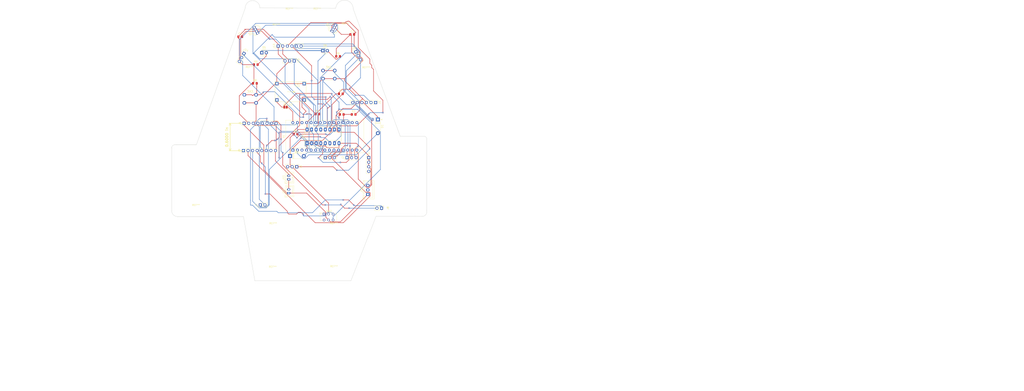
<source format=kicad_pcb>
(kicad_pcb (version 20171130) (host pcbnew "(5.0.1)-4")
  (layers (0 F.Cu signal) (31 B.Cu signal) (34 B.Paste user) (35 F.Paste user) (36 B.SilkS user) (37 F.SilkS user) (38 B.Mask user) (39 F.Mask user) (44 Edge.Cuts user))
  (net 0 "")
  (net 1 BT_RX)
  (net 2 "Net-(A1-Pad17)")
  (net 3 BT_TX)
  (net 4 "Net-(A1-Pad18)")
  (net 5 "Net-(A1-Pad3)")
  (net 6 BAT)
  (net 7 GND)
  (net 8 A1)
  (net 9 NEO)
  (net 10 LINEA_1)
  (net 11 PWM_DER)
  (net 12 LINEA_2)
  (net 13 I2C_SDA)
  (net 14 LINEA_3)
  (net 15 I2C_SCL)
  (net 16 DIST_DCHA)
  (net 17 PWM_IZQ)
  (net 18 DIST_FRONT)
  (net 19 D7)
  (net 20 DIST_IZQ)
  (net 21 D8)
  (net 22 +5V)
  (net 23 D9)
  (net 24 "Net-(A1-Pad28)")
  (net 25 D10)
  (net 26 D11)
  (net 27 VCC)
  (net 28 LINEA_SEL)
  (net 29 D13)
  (net 30 "Net-(D1-Pad1)")
  (net 31 "Net-(D2-Pad1)")
  (net 32 "Net-(D3-Pad1)")
  (net 33 LED_R)
  (net 34 "Net-(D5-Pad2)")
  (net 35 "Net-(D6-Pad2)")
  (net 36 "Net-(J5-Pad6)")
  (net 37 "Net-(J5-Pad1)")
  (net 38 VBAT)
  (net 39 M_IZQ_+)
  (net 40 M_IZQ_-)
  (net 41 M_DER_-)
  (net 42 M_DER_+)
  (net 43 PWR_DER)
  (net 44 DIR_DER_2)
  (net 45 DIR_DER_1)
  (net 46 STBY_MOT)
  (net 47 DIR_IZQ_1)
  (net 48 DIR_IZQ_2)
  (net 49 PWR_IZQ)
  (net 50 "Net-(J10-Pad2)")
  (net 51 "Net-(J11-Pad1)")
  (net 52 VDD)
  (net 53 B1)
  (net 54 B2)
  (net 55 "Net-(SW2-Pad1)")
  (net 56 "Net-(SW2-Pad4)")
  (net 57 LED_G)
  (net 58 "Net-(U1-Pad13)")
  (module MountingHole:MountingHole_2.2mm_M2 (layer F.Cu) (at 172.847 25.019)
    (fp_text reference REF** (at 0 -3.2) (layer F.SilkS))
    (fp_text value MountingHole_2.2mm_M2)
    (pad 1 np_thru_hole circle (at 0 0) (size 2.2 2.2) (drill 2.2) (layers *.Cu *.Mask))
  )
  (module MountingHole:MountingHole_2.2mm_M2 (layer F.Cu) (at 157.353 25.019)
    (fp_text reference REF** (at 0 -3.2) (layer F.SilkS))
    (fp_text value MountingHole_2.2mm_M2)
    (pad 1 np_thru_hole circle (at 0 0) (size 2.2 2.2) (drill 2.2) (layers *.Cu *.Mask))
  )
  (module MountingHole:MountingHole_2.2mm_M2 (layer F.Cu) (at 188.468 33.274)
    (fp_text reference REF** (at 0 -3.2) (layer F.SilkS))
    (fp_text value MountingHole_2.2mm_M2)
    (pad 1 np_thru_hole circle (at 0 0) (size 2.2 2.2) (drill 2.2) (layers *.Cu *.Mask))
  )
  (module MountingHole:MountingHole_2.2mm_M2 (layer F.Cu) (at 150.114 33.782)
    (fp_text reference REF** (at 0 -3.2) (layer F.SilkS))
    (fp_text value MountingHole_2.2mm_M2)
    (pad 1 np_thru_hole circle (at 0 0) (size 2.2 2.2) (drill 2.2) (layers *.Cu *.Mask))
  )
  (module MountingHole:MountingHole_2.2mm_M2 (layer F.Cu) (at 199.898 57.658)
    (fp_text reference REF** (at 0 -3.2) (layer F.SilkS))
    (fp_text value MountingHole_2.2mm_M2)
    (pad 1 np_thru_hole circle (at 0 0) (size 2.2 2.2) (drill 2.2) (layers *.Cu *.Mask))
  )
  (module MountingHole:MountingHole_2.2mm_M2 (layer F.Cu) (at 135.128 57.404)
    (fp_text reference REF** (at 0 -3.2) (layer F.SilkS))
    (fp_text value MountingHole_2.2mm_M2)
    (pad 1 np_thru_hole circle (at 0 0) (size 2.2 2.2) (drill 2.2) (layers *.Cu *.Mask))
  )
  (module MountingHole:MountingHole_2.2mm_M2 (layer F.Cu) (at 105.41 134.112)
    (fp_text reference REF** (at 0 -3.2) (layer F.SilkS))
    (fp_text value MountingHole_2.2mm_M2)
    (pad 1 np_thru_hole circle (at 0 0) (size 2.2 2.2) (drill 2.2) (layers *.Cu *.Mask))
  )
  (module MountingHole:MountingHole_2.2mm_M2 (layer F.Cu) (at 182.118 144.272)
    (fp_text reference REF** (at 0 -3.2) (layer F.SilkS))
    (fp_text value MountingHole_2.2mm_M2)
    (pad 1 np_thru_hole circle (at 0 0) (size 2.2 2.2) (drill 2.2) (layers *.Cu *.Mask))
  )
  (module MountingHole:MountingHole_2.2mm_M2 (layer F.Cu) (at 148.336 144.272)
    (fp_text reference REF** (at 0 -3.2) (layer F.SilkS))
    (fp_text value MountingHole_2.2mm_M2)
    (pad 1 np_thru_hole circle (at 0 0) (size 2.2 2.2) (drill 2.2) (layers *.Cu *.Mask))
  )
  (module MountingHole:MountingHole_2.2mm_M2 (layer F.Cu) (at 182.118 168.148)
    (fp_text reference REF** (at 0 -3.2) (layer F.SilkS))
    (fp_text value MountingHole_2.2mm_M2)
    (pad 1 np_thru_hole circle (at 0 0) (size 2.2 2.2) (drill 2.2) (layers *.Cu *.Mask))
  )
  (module "" (layer F.Cu) (at 158.242 134.366)
    (fp_text reference "" (at 147.955 99.695) (layer F.SilkS) (effects (font (size 1.27 1.27))))
    (fp_text value "" (at 147.955 99.695) (layer F.SilkS) (effects (font (size 1.27 1.27))))
  )
  (module Module:Arduino_Nano (layer F.Cu) (at 159.258 100.33 90)
    (fp_text reference A1 (at 7.62 -5.08 90) (layer F.SilkS))
    (fp_text value Arduino_Nano_v3.x)
    (pad 16 thru_hole oval (at 15.24 35.56 90) (size 1.6 1.6) (drill 0.8) (layers *.Cu *.Mask) (net 29 D13))
    (pad 15 thru_hole oval (at 0 35.56 90) (size 1.6 1.6) (drill 0.8) (layers *.Cu *.Mask) (net 28 LINEA_SEL))
    (pad 30 thru_hole oval (at 15.24 0 90) (size 1.6 1.6) (drill 0.8) (layers *.Cu *.Mask) (net 27 VCC))
    (pad 14 thru_hole oval (at 0 33.02 90) (size 1.6 1.6) (drill 0.8) (layers *.Cu *.Mask) (net 26 D11))
    (pad 29 thru_hole oval (at 15.24 2.54 90) (size 1.6 1.6) (drill 0.8) (layers *.Cu *.Mask) (net 7 GND))
    (pad 13 thru_hole oval (at 0 30.48 90) (size 1.6 1.6) (drill 0.8) (layers *.Cu *.Mask) (net 25 D10))
    (pad 28 thru_hole oval (at 15.24 5.08 90) (size 1.6 1.6) (drill 0.8) (layers *.Cu *.Mask) (net 24 "Net-(A1-Pad28)"))
    (pad 12 thru_hole oval (at 0 27.94 90) (size 1.6 1.6) (drill 0.8) (layers *.Cu *.Mask) (net 23 D9))
    (pad 27 thru_hole oval (at 15.24 7.62 90) (size 1.6 1.6) (drill 0.8) (layers *.Cu *.Mask) (net 22 +5V))
    (pad 11 thru_hole oval (at 0 25.4 90) (size 1.6 1.6) (drill 0.8) (layers *.Cu *.Mask) (net 21 D8))
    (pad 26 thru_hole oval (at 15.24 10.16 90) (size 1.6 1.6) (drill 0.8) (layers *.Cu *.Mask) (net 20 DIST_IZQ))
    (pad 10 thru_hole oval (at 0 22.86 90) (size 1.6 1.6) (drill 0.8) (layers *.Cu *.Mask) (net 19 D7))
    (pad 25 thru_hole oval (at 15.24 12.7 90) (size 1.6 1.6) (drill 0.8) (layers *.Cu *.Mask) (net 18 DIST_FRONT))
    (pad 9 thru_hole oval (at 0 20.32 90) (size 1.6 1.6) (drill 0.8) (layers *.Cu *.Mask) (net 17 PWM_IZQ))
    (pad 24 thru_hole oval (at 15.24 15.24 90) (size 1.6 1.6) (drill 0.8) (layers *.Cu *.Mask) (net 16 DIST_DCHA))
    (pad 8 thru_hole oval (at 0 17.78 90) (size 1.6 1.6) (drill 0.8) (layers *.Cu *.Mask) (net 15 I2C_SCL))
    (pad 23 thru_hole oval (at 15.24 17.78 90) (size 1.6 1.6) (drill 0.8) (layers *.Cu *.Mask) (net 14 LINEA_3))
    (pad 7 thru_hole oval (at 0 15.24 90) (size 1.6 1.6) (drill 0.8) (layers *.Cu *.Mask) (net 13 I2C_SDA))
    (pad 22 thru_hole oval (at 15.24 20.32 90) (size 1.6 1.6) (drill 0.8) (layers *.Cu *.Mask) (net 12 LINEA_2))
    (pad 6 thru_hole oval (at 0 12.7 90) (size 1.6 1.6) (drill 0.8) (layers *.Cu *.Mask) (net 11 PWM_DER))
    (pad 21 thru_hole oval (at 15.24 22.86 90) (size 1.6 1.6) (drill 0.8) (layers *.Cu *.Mask) (net 10 LINEA_1))
    (pad 5 thru_hole oval (at 0 10.16 90) (size 1.6 1.6) (drill 0.8) (layers *.Cu *.Mask) (net 9 NEO))
    (pad 20 thru_hole oval (at 15.24 25.4 90) (size 1.6 1.6) (drill 0.8) (layers *.Cu *.Mask) (net 8 A1))
    (pad 4 thru_hole oval (at 0 7.62 90) (size 1.6 1.6) (drill 0.8) (layers *.Cu *.Mask) (net 7 GND))
    (pad 19 thru_hole oval (at 15.24 27.94 90) (size 1.6 1.6) (drill 0.8) (layers *.Cu *.Mask) (net 6 BAT))
    (pad 3 thru_hole oval (at 0 5.08 90) (size 1.6 1.6) (drill 0.8) (layers *.Cu *.Mask) (net 5 "Net-(A1-Pad3)"))
    (pad 18 thru_hole oval (at 15.24 30.48 90) (size 1.6 1.6) (drill 0.8) (layers *.Cu *.Mask) (net 4 "Net-(A1-Pad18)"))
    (pad 2 thru_hole oval (at 0 2.54 90) (size 1.6 1.6) (drill 0.8) (layers *.Cu *.Mask) (net 3 BT_TX))
    (pad 17 thru_hole oval (at 15.24 33.02 90) (size 1.6 1.6) (drill 0.8) (layers *.Cu *.Mask) (net 2 "Net-(A1-Pad17)"))
    (pad 1 thru_hole rect (at 0 0 90) (size 1.6 1.6) (drill 0.8) (layers *.Cu *.Mask) (net 1 BT_RX))
  )
  (module Capacitor_SMD:C_0805_2012Metric_Pad1.15x1.40mm_HandSolder (layer F.Cu) (at 130.039 37.338)
    (fp_text reference C1 (at 0 -1.65) (layer F.SilkS))
    (fp_text value 100nF)
    (pad 1 smd roundrect (at -1.025 0) (size 1.15 1.4) (layers F.Cu F.Paste F.Mask) (roundrect_rratio 0.217391) (net 22 +5V))
    (pad 2 smd roundrect (at 1.025 0) (size 1.15 1.4) (layers F.Cu F.Paste F.Mask) (roundrect_rratio 0.217391) (net 7 GND))
  )
  (module Capacitor_SMD:C_0805_2012Metric_Pad1.15x1.40mm_HandSolder (layer F.Cu) (at 192.278 36.068)
    (fp_text reference C2 (at 0 -1.65) (layer F.SilkS))
    (fp_text value 100nF)
    (pad 1 smd roundrect (at -1.025 0) (size 1.15 1.4) (layers F.Cu F.Paste F.Mask) (roundrect_rratio 0.217391) (net 22 +5V))
    (pad 2 smd roundrect (at 1.025 0) (size 1.15 1.4) (layers F.Cu F.Paste F.Mask) (roundrect_rratio 0.217391) (net 7 GND))
  )
  (module Diode_THT:D_DO-41_SOD81_P7.62mm_Horizontal (layer F.Cu) (at 206.502 83.312 270)
    (fp_text reference D1 (at 3.81 -2.47 270) (layer F.SilkS))
    (fp_text value D)
    (fp_text user K (at 0 -2.1 270) (layer F.SilkS))
    (pad 1 thru_hole rect (at 0 0 270) (size 2.2 2.2) (drill 1.1) (layers *.Cu *.Mask) (net 30 "Net-(D1-Pad1)"))
    (pad 2 thru_hole oval (at 7.62 0 270) (size 2.2 2.2) (drill 1.1) (layers *.Cu *.Mask) (net 3 BT_TX))
  )
  (module LED_THT:LED_D5.0mm-4_RGB (layer F.Cu) (at 139.7 35.389852 120)
    (fp_text reference D2 (at 1.905 -3.96 120) (layer F.SilkS))
    (fp_text value NeoPixel_THT)
    (pad 4 thru_hole oval (at 3.81 0 120) (size 1.07 1.8) (drill 0.9) (layers *.Cu *.Mask) (net 9 NEO))
    (pad 3 thru_hole oval (at 2.54 0 120) (size 1.07 1.8) (drill 0.9) (layers *.Cu *.Mask) (net 22 +5V))
    (pad 2 thru_hole oval (at 1.27 0 120) (size 1.07 1.8) (drill 0.9) (layers *.Cu *.Mask) (net 7 GND))
    (pad 1 thru_hole rect (at 0 0 120) (size 1.07 1.8) (drill 0.9) (layers *.Cu *.Mask) (net 31 "Net-(D2-Pad1)"))
  )
  (module LED_THT:LED_D5.0mm-4_RGB (layer F.Cu) (at 180.975 34.29 60)
    (fp_text reference D3 (at 1.905 -3.96 60) (layer F.SilkS))
    (fp_text value NeoPixel_THT)
    (pad 1 thru_hole rect (at 0 0 60) (size 1.07 1.8) (drill 0.9) (layers *.Cu *.Mask) (net 32 "Net-(D3-Pad1)"))
    (pad 2 thru_hole oval (at 1.27 0 60) (size 1.07 1.8) (drill 0.9) (layers *.Cu *.Mask) (net 7 GND))
    (pad 3 thru_hole oval (at 2.54 0 60) (size 1.07 1.8) (drill 0.9) (layers *.Cu *.Mask) (net 22 +5V))
    (pad 4 thru_hole oval (at 3.81 0 60) (size 1.07 1.8) (drill 0.9) (layers *.Cu *.Mask) (net 31 "Net-(D2-Pad1)"))
  )
  (module Diode_THT:D_DO-41_SOD81_P7.62mm_Horizontal (layer F.Cu) (at 157.734 103.632)
    (fp_text reference D4 (at 3.81 -2.47) (layer F.SilkS))
    (fp_text value D)
    (fp_text user K (at 0 -2.1) (layer F.SilkS))
    (pad 1 thru_hole rect (at 0 0) (size 2.2 2.2) (drill 1.1) (layers *.Cu *.Mask) (net 22 +5V))
    (pad 2 thru_hole oval (at 7.62 0) (size 2.2 2.2) (drill 1.1) (layers *.Cu *.Mask) (net 6 BAT))
  )
  (module LED_THT:LED_D3.0mm (layer F.Cu) (at 141.986 46.228)
    (fp_text reference D5 (at 1.27 -2.96) (layer F.SilkS))
    (fp_text value LED_rojo)
    (pad 2 thru_hole circle (at 2.54 0) (size 1.8 1.8) (drill 0.9) (layers *.Cu *.Mask) (net 34 "Net-(D5-Pad2)"))
    (pad 1 thru_hole rect (at 0 0) (size 1.8 1.8) (drill 0.9) (layers *.Cu *.Mask) (net 33 LED_R))
  )
  (module LED_THT:LED_D3.0mm (layer F.Cu) (at 175.895 45.085)
    (fp_text reference D6 (at 1.27 -2.96) (layer F.SilkS))
    (fp_text value LED_verde)
    (pad 1 thru_hole rect (at 0 0) (size 1.8 1.8) (drill 0.9) (layers *.Cu *.Mask) (net 33 LED_R))
    (pad 2 thru_hole circle (at 2.54 0) (size 1.8 1.8) (drill 0.9) (layers *.Cu *.Mask) (net 35 "Net-(D6-Pad2)"))
  )
  (module Connector_PinHeader_2.54mm:PinHeader_1x03_P2.54mm_Vertical (layer F.Cu) (at 177.292 104.521 90)
    (fp_text reference J1 (at 0 -2.33 90) (layer F.SilkS))
    (fp_text value AUX1)
    (pad 3 thru_hole oval (at 0 5.08 90) (size 1.7 1.7) (drill 1) (layers *.Cu *.Mask) (net 23 D9))
    (pad 2 thru_hole oval (at 0 2.54 90) (size 1.7 1.7) (drill 1) (layers *.Cu *.Mask) (net 21 D8))
    (pad 1 thru_hole rect (at 0 0 90) (size 1.7 1.7) (drill 1) (layers *.Cu *.Mask) (net 19 D7))
  )
  (module Connector_PinHeader_2.54mm:PinHeader_1x03_P2.54mm_Vertical (layer F.Cu) (at 189.357 104.521 90)
    (fp_text reference J2 (at 0 -2.33 90) (layer F.SilkS))
    (fp_text value AUX2)
    (pad 1 thru_hole rect (at 0 0 90) (size 1.7 1.7) (drill 1) (layers *.Cu *.Mask) (net 25 D10))
    (pad 2 thru_hole oval (at 0 2.54 90) (size 1.7 1.7) (drill 1) (layers *.Cu *.Mask) (net 26 D11))
    (pad 3 thru_hole oval (at 0 5.08 90) (size 1.7 1.7) (drill 1) (layers *.Cu *.Mask) (net 29 D13))
  )
  (module Connector_PinHeader_2.54mm:PinHeader_1x03_P2.54mm_Vertical (layer F.Cu) (at 161.417 109.601 270)
    (fp_text reference J3 (at 0 -2.33 270) (layer F.SilkS))
    (fp_text value AUX3)
    (pad 3 thru_hole oval (at 0 5.08 270) (size 1.7 1.7) (drill 1) (layers *.Cu *.Mask) (net 22 +5V))
    (pad 2 thru_hole oval (at 0 2.54 270) (size 1.7 1.7) (drill 1) (layers *.Cu *.Mask) (net 22 +5V))
    (pad 1 thru_hole rect (at 0 0 270) (size 1.7 1.7) (drill 1) (layers *.Cu *.Mask) (net 8 A1))
  )
  (module Connector_PinHeader_2.54mm:PinHeader_1x04_P2.54mm_Vertical (layer F.Cu) (at 201.422 104.521)
    (fp_text reference J4 (at 0 -2.33) (layer F.SilkS))
    (fp_text value AUX4)
    (pad 4 thru_hole oval (at 0 7.62) (size 1.7 1.7) (drill 1) (layers *.Cu *.Mask))
    (pad 3 thru_hole oval (at 0 5.08) (size 1.7 1.7) (drill 1) (layers *.Cu *.Mask) (net 7 GND))
    (pad 2 thru_hole oval (at 0 2.54) (size 1.7 1.7) (drill 1) (layers *.Cu *.Mask) (net 7 GND))
    (pad 1 thru_hole rect (at 0 0) (size 1.7 1.7) (drill 1) (layers *.Cu *.Mask) (net 7 GND))
  )
  (module Connector_PinHeader_2.54mm:PinHeader_1x06_P2.54mm_Vertical (layer F.Cu) (at 205.232 73.914 270)
    (fp_text reference J5 (at 0 -2.33 270) (layer F.SilkS))
    (fp_text value Conn_01x06)
    (pad 1 thru_hole rect (at 0 0 270) (size 1.7 1.7) (drill 1) (layers *.Cu *.Mask) (net 37 "Net-(J5-Pad1)"))
    (pad 2 thru_hole oval (at 0 2.54 270) (size 1.7 1.7) (drill 1) (layers *.Cu *.Mask) (net 22 +5V))
    (pad 3 thru_hole oval (at 0 5.08 270) (size 1.7 1.7) (drill 1) (layers *.Cu *.Mask) (net 7 GND))
    (pad 4 thru_hole oval (at 0 7.62 270) (size 1.7 1.7) (drill 1) (layers *.Cu *.Mask) (net 30 "Net-(D1-Pad1)"))
    (pad 5 thru_hole oval (at 0 10.16 270) (size 1.7 1.7) (drill 1) (layers *.Cu *.Mask) (net 1 BT_RX))
    (pad 6 thru_hole oval (at 0 12.7 270) (size 1.7 1.7) (drill 1) (layers *.Cu *.Mask) (net 36 "Net-(J5-Pad6)"))
  )
  (module Connector_PinHeader_2.54mm:PinHeader_1x08_P2.54mm_Vertical (layer F.Cu) (at 132.207 85.471 90)
    (fp_text reference J6 (at 0 -2.33 90) (layer F.SilkS))
    (fp_text value Conn_01x08)
    (pad 8 thru_hole oval (at 0 17.78 90) (size 1.7 1.7) (drill 1) (layers *.Cu *.Mask) (net 7 GND))
    (pad 7 thru_hole oval (at 0 15.24 90) (size 1.7 1.7) (drill 1) (layers *.Cu *.Mask) (net 42 M_DER_+))
    (pad 6 thru_hole oval (at 0 12.7 90) (size 1.7 1.7) (drill 1) (layers *.Cu *.Mask) (net 41 M_DER_-))
    (pad 5 thru_hole oval (at 0 10.16 90) (size 1.7 1.7) (drill 1) (layers *.Cu *.Mask) (net 40 M_IZQ_-))
    (pad 4 thru_hole oval (at 0 7.62 90) (size 1.7 1.7) (drill 1) (layers *.Cu *.Mask) (net 39 M_IZQ_+))
    (pad 3 thru_hole oval (at 0 5.08 90) (size 1.7 1.7) (drill 1) (layers *.Cu *.Mask) (net 7 GND))
    (pad 2 thru_hole oval (at 0 2.54 90) (size 1.7 1.7) (drill 1) (layers *.Cu *.Mask) (net 22 +5V))
    (pad 1 thru_hole rect (at 0 0 90) (size 1.7 1.7) (drill 1) (layers *.Cu *.Mask) (net 38 VBAT))
  )
  (module Connector_PinHeader_2.54mm:PinHeader_1x08_P2.54mm_Vertical (layer F.Cu) (at 131.826 100.584 90)
    (fp_text reference J9 (at 0 -2.33 90) (layer F.SilkS))
    (fp_text value Conn_01x08)
    (pad 1 thru_hole rect (at 0 0 90) (size 1.7 1.7) (drill 1) (layers *.Cu *.Mask) (net 49 PWR_IZQ))
    (pad 2 thru_hole oval (at 0 2.54 90) (size 1.7 1.7) (drill 1) (layers *.Cu *.Mask) (net 48 DIR_IZQ_2))
    (pad 3 thru_hole oval (at 0 5.08 90) (size 1.7 1.7) (drill 1) (layers *.Cu *.Mask) (net 47 DIR_IZQ_1))
    (pad 4 thru_hole oval (at 0 7.62 90) (size 1.7 1.7) (drill 1) (layers *.Cu *.Mask) (net 46 STBY_MOT))
    (pad 5 thru_hole oval (at 0 10.16 90) (size 1.7 1.7) (drill 1) (layers *.Cu *.Mask) (net 45 DIR_DER_1))
    (pad 6 thru_hole oval (at 0 12.7 90) (size 1.7 1.7) (drill 1) (layers *.Cu *.Mask) (net 44 DIR_DER_2))
    (pad 7 thru_hole oval (at 0 15.24 90) (size 1.7 1.7) (drill 1) (layers *.Cu *.Mask) (net 43 PWR_DER))
    (pad 8 thru_hole oval (at 0 17.78 90) (size 1.7 1.7) (drill 1) (layers *.Cu *.Mask) (net 7 GND))
  )
  (module Connector_JST:JST_XH_B03B-XH-A_1x03_P2.50mm_Vertical (layer F.Cu) (at 200.914 124.968 90)
    (fp_text reference J10 (at 2.5 -3.55 90) (layer F.SilkS))
    (fp_text value Conn_01x03)
    (pad 3 thru_hole oval (at 5 0 90) (size 1.7 1.95) (drill 0.95) (layers *.Cu *.Mask) (net 7 GND))
    (pad 2 thru_hole oval (at 2.5 0 90) (size 1.7 1.95) (drill 0.95) (layers *.Cu *.Mask) (net 50 "Net-(J10-Pad2)"))
    (pad 1 thru_hole roundrect (at 0 0 90) (size 1.7 1.95) (drill 0.95) (layers *.Cu *.Mask) (roundrect_rratio 0.147059) (net 38 VBAT))
  )
  (module Connector_JST:JST_PH_B2B-PH-K_1x02_P2.00mm_Vertical (layer F.Cu) (at 156.972 116.586 90)
    (fp_text reference J11 (at 1 -2.9 90) (layer F.SilkS))
    (fp_text value Conn_01x02)
    (pad 1 thru_hole roundrect (at 0 0 90) (size 1.2 1.75) (drill 0.75) (layers *.Cu *.Mask) (roundrect_rratio 0.208333) (net 51 "Net-(J11-Pad1)"))
    (pad 2 thru_hole oval (at 2 0 90) (size 1.2 1.75) (drill 0.75) (layers *.Cu *.Mask) (net 7 GND))
  )
  (module Connector_JST:JST_PH_B2B-PH-K_1x02_P2.00mm_Vertical (layer F.Cu) (at 156.972 124.206 90)
    (fp_text reference J12 (at 1 -2.9 90) (layer F.SilkS))
    (fp_text value Conn_01x02)
    (pad 2 thru_hole oval (at 2 0 90) (size 1.2 1.75) (drill 0.75) (layers *.Cu *.Mask) (net 51 "Net-(J11-Pad1)"))
    (pad 1 thru_hole roundrect (at 0 0 90) (size 1.2 1.75) (drill 0.75) (layers *.Cu *.Mask) (roundrect_rratio 0.208333) (net 38 VBAT))
  )
  (module Connector_PinHeader_2.54mm:PinHeader_1x06_P2.54mm_Vertical (layer F.Cu) (at 151.13 42.545 90)
    (fp_text reference J13 (at 0 -2.33 90) (layer F.SilkS))
    (fp_text value Sensores_linea)
    (pad 6 thru_hole oval (at 0 12.7 90) (size 1.7 1.7) (drill 1) (layers *.Cu *.Mask) (net 28 LINEA_SEL))
    (pad 5 thru_hole oval (at 0 10.16 90) (size 1.7 1.7) (drill 1) (layers *.Cu *.Mask) (net 14 LINEA_3))
    (pad 4 thru_hole oval (at 0 7.62 90) (size 1.7 1.7) (drill 1) (layers *.Cu *.Mask) (net 12 LINEA_2))
    (pad 3 thru_hole oval (at 0 5.08 90) (size 1.7 1.7) (drill 1) (layers *.Cu *.Mask) (net 10 LINEA_1))
    (pad 2 thru_hole oval (at 0 2.54 90) (size 1.7 1.7) (drill 1) (layers *.Cu *.Mask) (net 7 GND))
    (pad 1 thru_hole rect (at 0 0 90) (size 1.7 1.7) (drill 1) (layers *.Cu *.Mask) (net 22 +5V))
  )
  (module Connector_PinHeader_2.54mm:PinHeader_1x03_P2.54mm_Vertical (layer F.Cu) (at 132.08 46.695295 330)
    (fp_text reference J14 (at 0 -2.33 330) (layer F.SilkS))
    (fp_text value DIST_IZQ)
    (pad 3 thru_hole oval (at 0 5.08 330) (size 1.7 1.7) (drill 1) (layers *.Cu *.Mask) (net 22 +5V))
    (pad 2 thru_hole oval (at 0 2.54 330) (size 1.7 1.7) (drill 1) (layers *.Cu *.Mask) (net 7 GND))
    (pad 1 thru_hole rect (at 0 0 330) (size 1.7 1.7) (drill 1) (layers *.Cu *.Mask) (net 20 DIST_IZQ))
  )
  (module Connector_PinHeader_2.54mm:PinHeader_1x03_P2.54mm_Vertical (layer F.Cu) (at 160.02 50.8 270)
    (fp_text reference J15 (at 0 -2.33 270) (layer F.SilkS))
    (fp_text value DIST_FRONT)
    (pad 3 thru_hole oval (at 0 5.08 270) (size 1.7 1.7) (drill 1) (layers *.Cu *.Mask) (net 22 +5V))
    (pad 2 thru_hole oval (at 0 2.54 270) (size 1.7 1.7) (drill 1) (layers *.Cu *.Mask) (net 7 GND))
    (pad 1 thru_hole rect (at 0 0 270) (size 1.7 1.7) (drill 1) (layers *.Cu *.Mask) (net 18 DIST_FRONT))
  )
  (module Connector_PinHeader_2.54mm:PinHeader_1x03_P2.54mm_Vertical (layer F.Cu) (at 194.31 45.72 30)
    (fp_text reference J16 (at 0 -2.33 30) (layer F.SilkS))
    (fp_text value DIST_DCHA)
    (pad 1 thru_hole rect (at 0 0 30) (size 1.7 1.7) (drill 1) (layers *.Cu *.Mask) (net 16 DIST_DCHA))
    (pad 2 thru_hole oval (at 0 2.54 30) (size 1.7 1.7) (drill 1) (layers *.Cu *.Mask) (net 7 GND))
    (pad 3 thru_hole oval (at 0 5.08 30) (size 1.7 1.7) (drill 1) (layers *.Cu *.Mask) (net 22 +5V))
  )
  (module Jumper:SolderJumper-2_P1.3mm_Open_Pad1.0x1.5mm (layer F.Cu) (at 155.194 76.454)
    (fp_text reference JP1 (at 0 -1.8) (layer F.SilkS))
    (fp_text value Jumper_NO_Small)
    (pad 1 smd rect (at -0.65 0) (size 1 1.5) (layers F.Cu F.Mask) (net 52 VDD))
    (pad 2 smd rect (at 0.65 0) (size 1 1.5) (layers F.Cu F.Mask) (net 27 VCC))
  )
  (module Resistor_SMD:R_0805_2012Metric_Pad1.15x1.40mm_HandSolder (layer F.Cu) (at 186.427 80.518)
    (fp_text reference R1 (at 0 -1.65) (layer F.SilkS))
    (fp_text value 82k)
    (pad 1 smd roundrect (at -1.025 0) (size 1.15 1.4) (layers F.Cu F.Paste F.Mask) (roundrect_rratio 0.217391) (net 52 VDD))
    (pad 2 smd roundrect (at 1.025 0) (size 1.15 1.4) (layers F.Cu F.Paste F.Mask) (roundrect_rratio 0.217391) (net 6 BAT))
  )
  (module Resistor_SMD:R_0805_2012Metric_Pad1.15x1.40mm_HandSolder (layer F.Cu) (at 193.031 80.518)
    (fp_text reference R2 (at 0 -1.65) (layer F.SilkS))
    (fp_text value 120k)
    (pad 2 smd roundrect (at 1.025 0) (size 1.15 1.4) (layers F.Cu F.Paste F.Mask) (roundrect_rratio 0.217391) (net 7 GND))
    (pad 1 smd roundrect (at -1.025 0) (size 1.15 1.4) (layers F.Cu F.Paste F.Mask) (roundrect_rratio 0.217391) (net 6 BAT))
  )
  (module Resistor_SMD:R_0805_2012Metric_Pad1.15x1.40mm_HandSolder (layer F.Cu) (at 160.773 91.44)
    (fp_text reference R3 (at 0 -1.65) (layer F.SilkS))
    (fp_text value R)
    (pad 2 smd roundrect (at 1.025 0) (size 1.15 1.4) (layers F.Cu F.Paste F.Mask) (roundrect_rratio 0.217391) (net 13 I2C_SDA))
    (pad 1 smd roundrect (at -1.025 0) (size 1.15 1.4) (layers F.Cu F.Paste F.Mask) (roundrect_rratio 0.217391) (net 22 +5V))
  )
  (module Resistor_SMD:R_0805_2012Metric_Pad1.15x1.40mm_HandSolder (layer F.Cu) (at 172.965 80.264)
    (fp_text reference R4 (at 0 -1.65) (layer F.SilkS))
    (fp_text value R)
    (pad 1 smd roundrect (at -1.025 0) (size 1.15 1.4) (layers F.Cu F.Paste F.Mask) (roundrect_rratio 0.217391) (net 22 +5V))
    (pad 2 smd roundrect (at 1.025 0) (size 1.15 1.4) (layers F.Cu F.Paste F.Mask) (roundrect_rratio 0.217391) (net 15 I2C_SCL))
  )
  (module Resistor_SMD:R_0805_2012Metric_Pad1.15x1.40mm_HandSolder (layer F.Cu) (at 138.675 52.832)
    (fp_text reference R5 (at 0 -1.65) (layer F.SilkS))
    (fp_text value R)
    (pad 1 smd roundrect (at -1.025 0) (size 1.15 1.4) (layers F.Cu F.Paste F.Mask) (roundrect_rratio 0.217391) (net 22 +5V))
    (pad 2 smd roundrect (at 1.025 0) (size 1.15 1.4) (layers F.Cu F.Paste F.Mask) (roundrect_rratio 0.217391) (net 34 "Net-(D5-Pad2)"))
  )
  (module Resistor_SMD:R_0805_2012Metric_Pad1.15x1.40mm_HandSolder (layer F.Cu) (at 184.395 48.26)
    (fp_text reference R6 (at 0 -1.65) (layer F.SilkS))
    (fp_text value R)
    (pad 2 smd roundrect (at 1.025 0) (size 1.15 1.4) (layers F.Cu F.Paste F.Mask) (roundrect_rratio 0.217391) (net 35 "Net-(D6-Pad2)"))
    (pad 1 smd roundrect (at -1.025 0) (size 1.15 1.4) (layers F.Cu F.Paste F.Mask) (roundrect_rratio 0.217391) (net 22 +5V))
  )
  (module Resistor_SMD:R_0805_2012Metric_Pad1.15x1.40mm_HandSolder (layer F.Cu) (at 185.937 69.088)
    (fp_text reference R7 (at 0 -1.65) (layer F.SilkS))
    (fp_text value 10k)
    (pad 1 smd roundrect (at -1.025 0) (size 1.15 1.4) (layers F.Cu F.Paste F.Mask) (roundrect_rratio 0.217391) (net 22 +5V))
    (pad 2 smd roundrect (at 1.025 0) (size 1.15 1.4) (layers F.Cu F.Paste F.Mask) (roundrect_rratio 0.217391) (net 53 B1))
  )
  (module Resistor_SMD:R_0805_2012Metric_Pad1.15x1.40mm_HandSolder (layer F.Cu) (at 138.167 63.246)
    (fp_text reference R8 (at 0 -1.65) (layer F.SilkS))
    (fp_text value 10k)
    (pad 2 smd roundrect (at 1.025 0) (size 1.15 1.4) (layers F.Cu F.Paste F.Mask) (roundrect_rratio 0.217391) (net 54 B2))
    (pad 1 smd roundrect (at -1.025 0) (size 1.15 1.4) (layers F.Cu F.Paste F.Mask) (roundrect_rratio 0.217391) (net 22 +5V))
  )
  (module Button_Switch_THT:SW_PUSH_6mm (layer F.Cu) (at 176.022 56.134)
    (fp_text reference SW1 (at 3.25 -2) (layer F.SilkS))
    (fp_text value SW_Push)
    (pad 2 thru_hole circle (at 0 4.5 90) (size 2 2) (drill 1.1) (layers *.Cu *.Mask) (net 7 GND))
    (pad 1 thru_hole circle (at 0 0 90) (size 2 2) (drill 1.1) (layers *.Cu *.Mask) (net 53 B1))
    (pad 2 thru_hole circle (at 6.5 4.5 90) (size 2 2) (drill 1.1) (layers *.Cu *.Mask) (net 7 GND))
    (pad 1 thru_hole circle (at 6.5 0 90) (size 2 2) (drill 1.1) (layers *.Cu *.Mask) (net 53 B1))
  )
  (module Button_Switch_THT:SW_CuK_JS202011CQN_DPDT_Straight (layer F.Cu) (at 176.61 135.89)
    (fp_text reference SW2 (at 2.75 -1.6) (layer F.SilkS))
    (fp_text value SW_DPDT_x2)
    (pad 6 thru_hole circle (at 5 3.3) (size 1.4 1.4) (drill 0.9) (layers *.Cu *.Mask) (net 52 VDD))
    (pad 5 thru_hole circle (at 2.5 3.3) (size 1.4 1.4) (drill 0.9) (layers *.Cu *.Mask) (net 38 VBAT))
    (pad 4 thru_hole circle (at 0 3.3) (size 1.4 1.4) (drill 0.9) (layers *.Cu *.Mask) (net 56 "Net-(SW2-Pad4)"))
    (pad 3 thru_hole circle (at 5 0) (size 1.4 1.4) (drill 0.9) (layers *.Cu *.Mask) (net 46 STBY_MOT))
    (pad 2 thru_hole circle (at 2.5 0) (size 1.4 1.4) (drill 0.9) (layers *.Cu *.Mask) (net 22 +5V))
    (pad 1 thru_hole rect (at 0 0) (size 1.4 1.4) (drill 0.9) (layers *.Cu *.Mask) (net 55 "Net-(SW2-Pad1)"))
  )
  (module Button_Switch_THT:SW_PUSH_6mm (layer F.Cu) (at 132.334 69.596)
    (fp_text reference SW3 (at 3.25 -2) (layer F.SilkS))
    (fp_text value SW_Push)
    (pad 1 thru_hole circle (at 6.5 0 90) (size 2 2) (drill 1.1) (layers *.Cu *.Mask) (net 54 B2))
    (pad 2 thru_hole circle (at 6.5 4.5 90) (size 2 2) (drill 1.1) (layers *.Cu *.Mask) (net 7 GND))
    (pad 1 thru_hole circle (at 0 0 90) (size 2 2) (drill 1.1) (layers *.Cu *.Mask) (net 54 B2))
    (pad 2 thru_hole circle (at 0 4.5 90) (size 2 2) (drill 1.1) (layers *.Cu *.Mask) (net 7 GND))
  )
  (module Package_DIP:DIP-16_W7.62mm_Socket_LongPads (layer F.Cu) (at 167.132 96.52 90)
    (fp_text reference U1 (at 3.81 -2.33 90) (layer F.SilkS))
    (fp_text value PCF8574)
    (pad 16 thru_hole oval (at 7.62 0 90) (size 2.4 1.6) (drill 0.8) (layers *.Cu *.Mask) (net 22 +5V))
    (pad 8 thru_hole oval (at 0 17.78 90) (size 2.4 1.6) (drill 0.8) (layers *.Cu *.Mask) (net 7 GND))
    (pad 15 thru_hole oval (at 7.62 2.54 90) (size 2.4 1.6) (drill 0.8) (layers *.Cu *.Mask) (net 13 I2C_SDA))
    (pad 7 thru_hole oval (at 0 15.24 90) (size 2.4 1.6) (drill 0.8) (layers *.Cu *.Mask) (net 48 DIR_IZQ_2))
    (pad 14 thru_hole oval (at 7.62 5.08 90) (size 2.4 1.6) (drill 0.8) (layers *.Cu *.Mask) (net 15 I2C_SCL))
    (pad 6 thru_hole oval (at 0 12.7 90) (size 2.4 1.6) (drill 0.8) (layers *.Cu *.Mask) (net 47 DIR_IZQ_1))
    (pad 13 thru_hole oval (at 7.62 7.62 90) (size 2.4 1.6) (drill 0.8) (layers *.Cu *.Mask) (net 58 "Net-(U1-Pad13)"))
    (pad 5 thru_hole oval (at 0 10.16 90) (size 2.4 1.6) (drill 0.8) (layers *.Cu *.Mask) (net 33 LED_R))
    (pad 12 thru_hole oval (at 7.62 10.16 90) (size 2.4 1.6) (drill 0.8) (layers *.Cu *.Mask) (net 54 B2))
    (pad 4 thru_hole oval (at 0 7.62 90) (size 2.4 1.6) (drill 0.8) (layers *.Cu *.Mask) (net 57 LED_G))
    (pad 11 thru_hole oval (at 7.62 12.7 90) (size 2.4 1.6) (drill 0.8) (layers *.Cu *.Mask) (net 53 B1))
    (pad 3 thru_hole oval (at 0 5.08 90) (size 2.4 1.6) (drill 0.8) (layers *.Cu *.Mask) (net 7 GND))
    (pad 10 thru_hole oval (at 7.62 15.24 90) (size 2.4 1.6) (drill 0.8) (layers *.Cu *.Mask) (net 44 DIR_DER_2))
    (pad 2 thru_hole oval (at 0 2.54 90) (size 2.4 1.6) (drill 0.8) (layers *.Cu *.Mask) (net 7 GND))
    (pad 9 thru_hole oval (at 7.62 17.78 90) (size 2.4 1.6) (drill 0.8) (layers *.Cu *.Mask) (net 45 DIR_DER_1))
    (pad 1 thru_hole rect (at 0 0 90) (size 2.4 1.6) (drill 0.8) (layers *.Cu *.Mask) (net 7 GND))
  )
  (module núcleo:DC-DC-MP2307 (layer F.Cu) (at 158.115 67.945)
    (fp_text reference U2 (at 0 6.985) (layer F.SilkS))
    (fp_text value DC-DC_BuckModule)
    (pad 1 thru_hole rect (at -7.747 4.572) (size 1.9 1.9) (drill 1.02) (layers *.Cu *.Mask) (net 52 VDD))
    (pad 2 thru_hole rect (at -7.747 -4.572) (size 1.9 1.9) (drill 1.04) (layers *.Cu *.Mask) (net 7 GND))
    (pad 3 thru_hole rect (at 7.493 4.572) (size 1.9 1.9) (drill 1.04) (layers *.Cu *.Mask) (net 22 +5V))
    (pad 4 thru_hole rect (at 7.493 -4.572) (size 1.9 1.9) (drill 1.04) (layers *.Cu *.Mask) (net 7 GND))
  )
  (module Connector_PinHeader_2.54mm:PinHeader_1x02_P2.54mm_Vertical (layer F.Cu) (at 141.224 130.81 90)
    (fp_text reference J7 (at 0 -2.33 90) (layer F.SilkS))
    (fp_text value MOT_IZQ)
    (pad 2 thru_hole oval (at 0 2.54 90) (size 1.7 1.7) (drill 1) (layers *.Cu *.Mask) (net 39 M_IZQ_+))
    (pad 1 thru_hole rect (at 0 0 90) (size 1.7 1.7) (drill 1) (layers *.Cu *.Mask) (net 40 M_IZQ_-))
  )
  (module Connector_PinHeader_2.54mm:PinHeader_1x02_P2.54mm_Vertical (layer F.Cu) (at 208.534 132.588 270)
    (fp_text reference J8 (at 0 -3.556 270) (layer F.SilkS))
    (fp_text value MOT_DER)
    (pad 2 thru_hole oval (at 0 2.54 270) (size 1.7 1.7) (drill 1) (layers *.Cu *.Mask) (net 42 M_DER_+))
    (pad 1 thru_hole rect (at 0 0 270) (size 1.7 1.7) (drill 1) (layers *.Cu *.Mask) (net 41 M_DER_-))
  )
  (module MountingHole:MountingHole_2.2mm_M2 (layer F.Cu) (at 148.082 168.402)
    (fp_text reference REF** (at 0 -3.2) (layer F.SilkS))
    (fp_text value MountingHole_2.2mm_M2)
    (pad 1 np_thru_hole circle (at 0 0) (size 2.2 2.2) (drill 2.2) (layers *.Cu *.Mask))
  )
  (gr_line (start 233.68 133.858) (end 233.68 134.62) (layer Edge.Cuts) (width 0.15))
  (gr_arc (start 231.14 134.62) (end 231.14 137.16) (angle -90) (layer Edge.Cuts) (width 0.15))
  (gr_arc (start 95.25 133.985) (end 91.948 133.985) (angle -92.20259816) (layer Edge.Cuts) (width 0.15))
  (gr_line (start 93.599 97.409) (end 94.107 97.409) (layer Edge.Cuts) (width 0.15))
  (gr_line (start 93.726 97.409) (end 93.599 97.409) (layer Edge.Cuts) (width 0.15))
  (gr_line (start 91.948 99.187) (end 91.948 99.06) (layer Edge.Cuts) (width 0.15))
  (gr_arc (start 93.599 99.06) (end 93.599 97.409) (angle -90) (layer Edge.Cuts) (width 0.15))
  (gr_line (start 218.948 92.71) (end 232.283 92.71) (layer Edge.Cuts) (width 0.15))
  (gr_line (start 233.68 94.234) (end 233.68 94.107) (layer Edge.Cuts) (width 0.15))
  (gr_arc (start 232.283 94.107) (end 233.68 94.107) (angle -90) (layer Edge.Cuts) (width 0.15))
  (gr_line (start 227.203 137.16) (end 231.14 137.16) (layer Edge.Cuts) (width 0.15))
  (gr_line (start 94.107 97.409) (end 105.664 97.409) (layer Edge.Cuts) (width 0.2))
  (gr_line (start 132.842 21.336) (end 105.664 97.409) (layer Edge.Cuts) (width 0.15))
  (gr_line (start 205.486 137.16) (end 227.203 137.16) (layer Edge.Cuts) (width 0.15))
  (gr_line (start 191.516 172.974) (end 205.486 137.16) (layer Edge.Cuts) (width 0.15))
  (gr_line (start 131.826 137.287) (end 138.176 172.974) (layer Edge.Cuts) (width 0.15))
  (gr_line (start 131.826 137.287) (end 95.25 137.287) (layer Edge.Cuts) (width 0.2))
  (gr_line (start 218.948 92.71) (end 192.786 21.844) (layer Edge.Cuts) (width 0.15))
  (gr_line (start 191.516 172.974) (end 138.176 172.974) (layer Edge.Cuts) (width 0.15))
  (gr_line (start 91.948 98.933) (end 91.948 134.112) (layer Edge.Cuts) (width 0.15))
  (gr_line (start 233.68 94.234) (end 233.68 133.985) (layer Edge.Cuts) (width 0.15))
  (gr_arc (start 136.906 21.336) (end 140.97 21.336) (angle -180) (layer Edge.Cuts) (width 0.15))
  (gr_line (start 183.134 21.463) (end 140.97 21.336) (layer Edge.Cuts) (width 0.15))
  (gr_arc (start 187.96 21.844) (end 192.786 21.844) (angle -175.6012946) (layer Edge.Cuts) (width 0.15))
  (dimension 15.24 (width 0.3) (layer F.SilkS) (gr_text "15,240 mm" (at 122.306949 93.079354 270) (layer F.SilkS) (effects (font (size 1.5 1.5) (thickness 0.3)))) (feature1 (pts (xy 131.772949 100.699354) (xy 123.820528 100.699354))) (feature2 (pts (xy 131.772949 85.459354) (xy 123.820528 85.459354))) (crossbar (pts (xy 124.406949 85.459354) (xy 124.406949 100.699354))) (arrow1a (pts (xy 124.406949 100.699354) (xy 123.820528 99.57285))) (arrow1b (pts (xy 124.406949 100.699354) (xy 124.99337 99.57285))) (arrow2a (pts (xy 124.406949 85.459354) (xy 123.820528 86.585858))) (arrow2b (pts (xy 124.406949 85.459354) (xy 124.99337 86.585858))))
  (segment (start 163.543001 94.994999) (end 159.258 99.28) (width 0.25) (layer F.Cu) (net 1))
  (segment (start 159.258 99.28) (end 159.258 100.33) (width 0.25) (layer F.Cu) (net 1))
  (segment (start 175.728005 94.994999) (end 163.543001 94.994999) (width 0.25) (layer F.Cu) (net 1))
  (segment (start 180.95701 89.765994) (end 175.728005 94.994999) (width 0.25) (layer F.Cu) (net 1))
  (segment (start 183.243001 86.037995) (end 180.95701 88.323986) (width 0.25) (layer F.Cu) (net 1))
  (segment (start 180.95701 88.323986) (end 180.95701 89.765994) (width 0.25) (layer F.Cu) (net 1))
  (segment (start 183.243001 81.088809) (end 183.243001 86.037995) (width 0.25) (layer F.Cu) (net 1))
  (segment (start 187.11581 77.216) (end 183.243001 81.088809) (width 0.25) (layer F.Cu) (net 1))
  (segment (start 191.77 77.216) (end 187.11581 77.216) (width 0.25) (layer F.Cu) (net 1))
  (segment (start 195.072 73.914) (end 191.77 77.216) (width 0.25) (layer F.Cu) (net 1))
  (segment (start 205.402001 92.031999) (end 206.502 90.932) (width 0.25) (layer B.Cu) (net 3))
  (segment (start 194.486001 102.947999) (end 205.402001 92.031999) (width 0.25) (layer B.Cu) (net 3))
  (segment (start 168.147003 102.947999) (end 194.486001 102.947999) (width 0.25) (layer B.Cu) (net 3))
  (segment (start 166.038001 105.057001) (end 168.147003 102.947999) (width 0.25) (layer B.Cu) (net 3))
  (segment (start 164.669999 105.057001) (end 166.038001 105.057001) (width 0.25) (layer B.Cu) (net 3))
  (segment (start 161.798 102.185002) (end 164.669999 105.057001) (width 0.25) (layer B.Cu) (net 3))
  (segment (start 161.798 100.33) (end 161.798 102.185002) (width 0.25) (layer B.Cu) (net 3))
  (segment (start 187.452 84.836) (end 187.198 85.09) (width 0.25) (layer F.Cu) (net 6))
  (segment (start 187.452 80.518) (end 187.452 84.836) (width 0.25) (layer F.Cu) (net 6))
  (segment (start 188.127 80.518) (end 192.006 80.518) (width 0.25) (layer F.Cu) (net 6))
  (segment (start 187.452 80.518) (end 188.127 80.518) (width 0.25) (layer F.Cu) (net 6))
  (segment (start 187.997999 85.889999) (end 187.198 85.09) (width 0.25) (layer B.Cu) (net 6))
  (segment (start 188.323001 86.215001) (end 187.997999 85.889999) (width 0.25) (layer B.Cu) (net 6))
  (segment (start 188.323001 100.870001) (end 188.323001 86.215001) (width 0.25) (layer B.Cu) (net 6))
  (segment (start 187.738001 101.455001) (end 188.323001 100.870001) (width 0.25) (layer B.Cu) (net 6))
  (segment (start 167.530999 101.455001) (end 187.738001 101.455001) (width 0.25) (layer B.Cu) (net 6))
  (segment (start 165.354 103.632) (end 167.530999 101.455001) (width 0.25) (layer B.Cu) (net 6))
  (segment (start 173.283 63.373) (end 176.022 60.634) (width 0.25) (layer F.Cu) (net 7))
  (segment (start 165.608 63.373) (end 173.283 63.373) (width 0.25) (layer F.Cu) (net 7))
  (segment (start 176.022 60.634) (end 182.522 60.634) (width 0.25) (layer F.Cu) (net 7))
  (segment (start 196.429999 48.769704) (end 195.58 47.919705) (width 0.25) (layer F.Cu) (net 7))
  (segment (start 197.239297 48.769704) (end 196.429999 48.769704) (width 0.25) (layer F.Cu) (net 7))
  (segment (start 198.025001 49.555408) (end 197.239297 48.769704) (width 0.25) (layer F.Cu) (net 7))
  (segment (start 198.025001 50.68341) (end 198.025001 49.555408) (width 0.25) (layer F.Cu) (net 7))
  (segment (start 188.074411 60.634) (end 198.025001 50.68341) (width 0.25) (layer F.Cu) (net 7))
  (segment (start 182.522 60.634) (end 188.074411 60.634) (width 0.25) (layer F.Cu) (net 7))
  (segment (start 196.429999 47.069706) (end 195.58 47.919705) (width 0.25) (layer F.Cu) (net 7))
  (segment (start 196.429999 45.908121) (end 196.429999 47.069706) (width 0.25) (layer F.Cu) (net 7))
  (segment (start 193.303 42.781122) (end 196.429999 45.908121) (width 0.25) (layer F.Cu) (net 7))
  (segment (start 193.303 36.068) (end 193.303 42.781122) (width 0.25) (layer F.Cu) (net 7))
  (segment (start 133.748213 74.096) (end 138.834 74.096) (width 0.25) (layer F.Cu) (net 7))
  (segment (start 132.334 74.096) (end 133.748213 74.096) (width 0.25) (layer F.Cu) (net 7))
  (segment (start 149.557 63.373) (end 150.368 63.373) (width 0.25) (layer F.Cu) (net 7))
  (segment (start 138.834 74.096) (end 149.557 63.373) (width 0.25) (layer F.Cu) (net 7))
  (segment (start 150.368 63.373) (end 165.608 63.373) (width 0.25) (layer F.Cu) (net 7))
  (segment (start 149.987 100.203) (end 149.606 100.584) (width 0.25) (layer F.Cu) (net 7))
  (segment (start 149.987 85.471) (end 149.987 100.203) (width 0.25) (layer F.Cu) (net 7))
  (segment (start 168.182 96.52) (end 169.672 96.52) (width 0.25) (layer F.Cu) (net 7))
  (segment (start 167.132 96.52) (end 168.182 96.52) (width 0.25) (layer F.Cu) (net 7))
  (segment (start 170.722 96.52) (end 172.212 96.52) (width 0.25) (layer F.Cu) (net 7))
  (segment (start 169.672 96.52) (end 170.722 96.52) (width 0.25) (layer F.Cu) (net 7))
  (segment (start 167.132 100.076) (end 166.878 100.33) (width 0.25) (layer F.Cu) (net 7))
  (segment (start 167.132 96.52) (end 167.132 100.076) (width 0.25) (layer F.Cu) (net 7))
  (segment (start 202.271999 110.450999) (end 201.422 109.601) (width 0.25) (layer F.Cu) (net 7))
  (segment (start 202.597001 110.776001) (end 202.271999 110.450999) (width 0.25) (layer F.Cu) (net 7))
  (segment (start 202.597001 119.509999) (end 202.597001 110.776001) (width 0.25) (layer F.Cu) (net 7))
  (segment (start 202.139 119.968) (end 202.597001 119.509999) (width 0.25) (layer F.Cu) (net 7))
  (segment (start 200.914 119.968) (end 202.139 119.968) (width 0.25) (layer F.Cu) (net 7))
  (segment (start 138.834 83.924) (end 137.287 85.471) (width 0.25) (layer F.Cu) (net 7))
  (segment (start 138.834 74.096) (end 138.834 83.924) (width 0.25) (layer F.Cu) (net 7))
  (segment (start 149.137001 86.320999) (end 149.987 85.471) (width 0.25) (layer F.Cu) (net 7))
  (segment (start 148.811999 86.646001) (end 149.137001 86.320999) (width 0.25) (layer F.Cu) (net 7))
  (segment (start 138.462001 86.646001) (end 148.811999 86.646001) (width 0.25) (layer F.Cu) (net 7))
  (segment (start 137.287 85.471) (end 138.462001 86.646001) (width 0.25) (layer F.Cu) (net 7))
  (segment (start 153.67 46.99) (end 157.48 50.8) (width 0.25) (layer F.Cu) (net 7))
  (segment (start 153.67 42.545) (end 153.67 46.99) (width 0.25) (layer F.Cu) (net 7))
  (segment (start 133.35 34.29) (end 139.065 34.29) (width 0.25) (layer F.Cu) (net 7))
  (segment (start 130.302 37.338) (end 133.35 34.29) (width 0.25) (layer F.Cu) (net 7))
  (segment (start 130.302 48.387) (end 130.81 48.895) (width 0.25) (layer F.Cu) (net 7))
  (segment (start 130.302 37.338) (end 130.302 48.387) (width 0.25) (layer F.Cu) (net 7))
  (segment (start 150.368 57.912) (end 150.368 63.373) (width 0.25) (layer F.Cu) (net 7))
  (segment (start 157.48 50.8) (end 150.368 57.912) (width 0.25) (layer F.Cu) (net 7))
  (segment (start 173.33701 98.04501) (end 172.212 96.92) (width 0.25) (layer F.Cu) (net 7))
  (segment (start 172.212 96.92) (end 172.212 96.52) (width 0.25) (layer F.Cu) (net 7))
  (segment (start 184.912 96.52) (end 184.912 98.918998) (width 0.25) (layer F.Cu) (net 7))
  (segment (start 201.422 103.421) (end 201.422 104.521) (width 0.25) (layer F.Cu) (net 7))
  (segment (start 194.521 96.52) (end 201.422 103.421) (width 0.25) (layer F.Cu) (net 7))
  (segment (start 184.912 96.52) (end 194.521 96.52) (width 0.25) (layer F.Cu) (net 7))
  (segment (start 201.422 105.621) (end 201.676 105.875) (width 0.25) (layer F.Cu) (net 7))
  (segment (start 201.422 104.521) (end 201.422 105.621) (width 0.25) (layer F.Cu) (net 7))
  (segment (start 201.676 106.807) (end 201.422 107.061) (width 0.25) (layer F.Cu) (net 7))
  (segment (start 201.676 105.875) (end 201.676 106.807) (width 0.25) (layer F.Cu) (net 7))
  (segment (start 201.422 108.263081) (end 201.422 109.601) (width 0.25) (layer F.Cu) (net 7))
  (segment (start 201.422 107.061) (end 201.422 108.263081) (width 0.25) (layer F.Cu) (net 7))
  (segment (start 177.29301 98.04501) (end 176.022 98.04501) (width 0.25) (layer F.Cu) (net 7))
  (segment (start 178.166998 98.918998) (end 177.29301 98.04501) (width 0.25) (layer F.Cu) (net 7))
  (segment (start 184.912 98.918998) (end 178.166998 98.918998) (width 0.25) (layer F.Cu) (net 7))
  (segment (start 176.418012 98.04501) (end 176.022 98.04501) (width 0.25) (layer F.Cu) (net 7))
  (segment (start 176.022 98.04501) (end 173.33701 98.04501) (width 0.25) (layer F.Cu) (net 7))
  (segment (start 196.436999 73.349999) (end 197.904998 71.882) (width 0.25) (layer F.Cu) (net 7))
  (segment (start 194.056 80.518) (end 196.436999 78.137001) (width 0.25) (layer F.Cu) (net 7))
  (segment (start 196.436999 78.137001) (end 196.436999 73.349999) (width 0.25) (layer F.Cu) (net 7))
  (segment (start 198.12 71.882) (end 200.152 73.914) (width 0.25) (layer F.Cu) (net 7))
  (segment (start 197.904998 71.882) (end 198.12 71.882) (width 0.25) (layer F.Cu) (net 7))
  (segment (start 188.074411 61.836411) (end 198.12 71.882) (width 0.25) (layer F.Cu) (net 7))
  (segment (start 188.074411 60.634) (end 188.074411 61.836411) (width 0.25) (layer F.Cu) (net 7))
  (segment (start 193.303 36.068) (end 193.303 35.268) (width 0.25) (layer F.Cu) (net 7))
  (segment (start 161.798 86.22137) (end 161.798 85.09) (width 0.25) (layer B.Cu) (net 7))
  (segment (start 161.798 89.736) (end 161.798 86.22137) (width 0.25) (layer B.Cu) (net 7))
  (segment (start 167.132 95.07) (end 161.798 89.736) (width 0.25) (layer B.Cu) (net 7))
  (segment (start 167.132 96.52) (end 167.132 95.07) (width 0.25) (layer B.Cu) (net 7))
  (segment (start 150.836999 86.320999) (end 149.987 85.471) (width 0.25) (layer B.Cu) (net 7))
  (segment (start 160.567001 86.320999) (end 150.836999 86.320999) (width 0.25) (layer B.Cu) (net 7))
  (segment (start 161.798 85.09) (end 160.567001 86.320999) (width 0.25) (layer B.Cu) (net 7))
  (segment (start 149.606 101.786081) (end 149.606 100.584) (width 0.25) (layer F.Cu) (net 7))
  (segment (start 149.606 106.37) (end 149.606 101.786081) (width 0.25) (layer F.Cu) (net 7))
  (segment (start 156.972 113.736) (end 149.606 106.37) (width 0.25) (layer F.Cu) (net 7))
  (segment (start 156.972 114.586) (end 156.972 113.736) (width 0.25) (layer F.Cu) (net 7))
  (via (at 146.304 38.608) (size 0.8) (drill 0.4) (layers F.Cu B.Cu) (net 7))
  (segment (start 141.847518 34.151518) (end 146.304 38.608) (width 0.25) (layer F.Cu) (net 7))
  (segment (start 139.065 34.29) (end 139.203482 34.151518) (width 0.25) (layer F.Cu) (net 7))
  (segment (start 139.203482 34.151518) (end 141.847518 34.151518) (width 0.25) (layer F.Cu) (net 7))
  (segment (start 149.733 38.608) (end 153.67 42.545) (width 0.25) (layer B.Cu) (net 7))
  (segment (start 146.304 38.608) (end 149.733 38.608) (width 0.25) (layer B.Cu) (net 7))
  (segment (start 188.976 29.718) (end 194.296067 35.038067) (width 0.25) (layer F.Cu) (net 7))
  (segment (start 188.746067 29.947933) (end 188.976 29.718) (width 0.25) (layer F.Cu) (net 7))
  (segment (start 182.210551 29.947933) (end 188.746067 29.947933) (width 0.25) (layer F.Cu) (net 7))
  (segment (start 180.919093 31.239391) (end 182.210551 29.947933) (width 0.25) (layer F.Cu) (net 7))
  (segment (start 181.61 33.190148) (end 180.919093 32.499241) (width 0.25) (layer F.Cu) (net 7))
  (segment (start 180.919093 32.499241) (end 180.919093 31.239391) (width 0.25) (layer F.Cu) (net 7))
  (segment (start 194.066134 35.268) (end 194.296067 35.038067) (width 0.25) (layer F.Cu) (net 7))
  (segment (start 193.303 35.268) (end 194.066134 35.268) (width 0.25) (layer F.Cu) (net 7))
  (segment (start 131.064 37.338) (end 130.302 37.338) (width 0.25) (layer F.Cu) (net 7))
  (via (at 183.642 111.506) (size 0.8) (drill 0.4) (layers F.Cu B.Cu) (net 8))
  (segment (start 161.417 109.601) (end 181.737 109.601) (width 0.25) (layer F.Cu) (net 8))
  (segment (start 181.737 109.601) (end 183.642 111.506) (width 0.25) (layer F.Cu) (net 8))
  (via (at 201.93 99.568) (size 0.8) (drill 0.4) (layers F.Cu B.Cu) (net 8))
  (segment (start 201.93 99.822) (end 201.93 99.568) (width 0.25) (layer B.Cu) (net 8))
  (segment (start 183.642 111.506) (end 190.246 111.506) (width 0.25) (layer B.Cu) (net 8))
  (segment (start 190.246 111.506) (end 201.93 99.822) (width 0.25) (layer B.Cu) (net 8))
  (segment (start 183.858001 85.889999) (end 184.658 85.09) (width 0.25) (layer F.Cu) (net 8))
  (segment (start 183.78699 85.96101) (end 183.858001 85.889999) (width 0.25) (layer F.Cu) (net 8))
  (segment (start 184.446006 90.42501) (end 183.78699 89.765994) (width 0.25) (layer F.Cu) (net 8))
  (segment (start 193.352695 90.42501) (end 184.446006 90.42501) (width 0.25) (layer F.Cu) (net 8))
  (segment (start 183.78699 89.765994) (end 183.78699 85.96101) (width 0.25) (layer F.Cu) (net 8))
  (segment (start 201.93 99.002315) (end 193.352695 90.42501) (width 0.25) (layer F.Cu) (net 8))
  (segment (start 201.93 99.568) (end 201.93 99.002315) (width 0.25) (layer F.Cu) (net 8))
  (segment (start 137.104093 32.781202) (end 137.795 32.090295) (width 0.25) (layer B.Cu) (net 9))
  (segment (start 137.104093 46.498095) (end 137.104093 32.781202) (width 0.25) (layer B.Cu) (net 9))
  (segment (start 168.257001 77.651003) (end 137.104093 46.498095) (width 0.25) (layer B.Cu) (net 9))
  (segment (start 168.257001 99.169001) (end 168.257001 77.651003) (width 0.25) (layer B.Cu) (net 9))
  (segment (start 169.418 100.33) (end 168.257001 99.169001) (width 0.25) (layer B.Cu) (net 9))
  (via (at 209.296 79.502) (size 0.8) (drill 0.4) (layers F.Cu B.Cu) (net 10))
  (segment (start 156.21 42.545) (end 169.257076 29.497924) (width 0.25) (layer F.Cu) (net 10))
  (segment (start 169.257076 29.497924) (end 188.321114 29.497924) (width 0.25) (layer F.Cu) (net 10))
  (via (at 201.422 80.264) (size 0.8) (drill 0.4) (layers F.Cu B.Cu) (net 10))
  (segment (start 209.296 79.502) (end 202.184 79.502) (width 0.25) (layer B.Cu) (net 10))
  (segment (start 202.184 79.502) (end 201.422 80.264) (width 0.25) (layer B.Cu) (net 10))
  (via (at 185.347999 86.868) (size 0.8) (drill 0.4) (layers F.Cu B.Cu) (net 10))
  (segment (start 201.422 80.264) (end 194.818 86.868) (width 0.25) (layer F.Cu) (net 10))
  (segment (start 194.818 86.868) (end 185.347999 86.868) (width 0.25) (layer F.Cu) (net 10))
  (segment (start 182.917999 85.889999) (end 182.118 85.09) (width 0.25) (layer B.Cu) (net 10))
  (segment (start 183.496001 86.468001) (end 182.917999 85.889999) (width 0.25) (layer B.Cu) (net 10))
  (segment (start 184.948 86.468001) (end 183.496001 86.468001) (width 0.25) (layer B.Cu) (net 10))
  (segment (start 185.347999 86.868) (end 184.948 86.468001) (width 0.25) (layer B.Cu) (net 10))
  (segment (start 189.484 28.956) (end 189.738 28.702) (width 0.25) (layer F.Cu) (net 10))
  (segment (start 188.863038 28.956) (end 189.484 28.956) (width 0.25) (layer F.Cu) (net 10))
  (segment (start 188.321114 29.497924) (end 188.863038 28.956) (width 0.25) (layer F.Cu) (net 10))
  (segment (start 189.738 28.702) (end 190.5 28.702) (width 0.25) (layer F.Cu) (net 10))
  (segment (start 190.5 28.702) (end 195.58 33.782) (width 0.25) (layer F.Cu) (net 10))
  (segment (start 195.58 33.782) (end 195.58 43.307) (width 0.25) (layer F.Cu) (net 10))
  (segment (start 195.58 43.307) (end 202.057 49.784) (width 0.25) (layer F.Cu) (net 10))
  (segment (start 202.057 49.784) (end 202.057 52.197) (width 0.25) (layer F.Cu) (net 10))
  (segment (start 202.057 52.197) (end 203.073 53.213) (width 0.25) (layer F.Cu) (net 10))
  (segment (start 203.073 53.213) (end 203.073 54.483) (width 0.25) (layer F.Cu) (net 10))
  (segment (start 203.073 54.483) (end 204.089 55.499) (width 0.25) (layer F.Cu) (net 10))
  (segment (start 204.089 55.499) (end 204.089 67.437) (width 0.25) (layer F.Cu) (net 10))
  (segment (start 209.296 72.644) (end 209.296 79.502) (width 0.25) (layer F.Cu) (net 10))
  (segment (start 204.089 67.437) (end 209.296 72.644) (width 0.25) (layer F.Cu) (net 10))
  (via (at 169.672 61.722) (size 0.8) (drill 0.4) (layers F.Cu B.Cu) (net 12))
  (segment (start 158.75 42.545) (end 169.672 53.467) (width 0.25) (layer F.Cu) (net 12))
  (segment (start 169.672 53.467) (end 169.672 61.722) (width 0.25) (layer F.Cu) (net 12))
  (via (at 171.196 72.136) (size 0.8) (drill 0.4) (layers F.Cu B.Cu) (net 12))
  (segment (start 169.672 61.722) (end 169.672 70.612) (width 0.25) (layer B.Cu) (net 12))
  (segment (start 169.672 70.612) (end 171.196 72.136) (width 0.25) (layer B.Cu) (net 12))
  (via (at 180.086 70.612) (size 0.8) (drill 0.4) (layers F.Cu B.Cu) (net 12))
  (segment (start 171.196 72.136) (end 178.562 72.136) (width 0.25) (layer F.Cu) (net 12))
  (segment (start 178.562 72.136) (end 180.086 70.612) (width 0.25) (layer F.Cu) (net 12))
  (segment (start 180.377999 84.290001) (end 179.578 85.09) (width 0.25) (layer B.Cu) (net 12))
  (segment (start 180.557001 84.110999) (end 180.377999 84.290001) (width 0.25) (layer B.Cu) (net 12))
  (segment (start 180.557001 71.083001) (end 180.557001 84.110999) (width 0.25) (layer B.Cu) (net 12))
  (segment (start 180.086 70.612) (end 180.557001 71.083001) (width 0.25) (layer B.Cu) (net 12))
  (segment (start 169.672 89.3) (end 169.672 88.9) (width 0.25) (layer F.Cu) (net 13))
  (segment (start 168.54699 90.42501) (end 169.672 89.3) (width 0.25) (layer F.Cu) (net 13))
  (segment (start 162.81299 90.42501) (end 168.54699 90.42501) (width 0.25) (layer F.Cu) (net 13))
  (segment (start 161.798 91.44) (end 162.81299 90.42501) (width 0.25) (layer F.Cu) (net 13))
  (segment (start 169.672 90.35) (end 169.672 88.9) (width 0.25) (layer B.Cu) (net 13))
  (segment (start 170.79701 91.47501) (end 169.672 90.35) (width 0.25) (layer B.Cu) (net 13))
  (segment (start 170.79701 97.385994) (end 170.79701 91.47501) (width 0.25) (layer B.Cu) (net 13))
  (segment (start 172.616015 99.204999) (end 170.79701 97.385994) (width 0.25) (layer B.Cu) (net 13))
  (segment (start 173.372999 99.204999) (end 172.616015 99.204999) (width 0.25) (layer B.Cu) (net 13))
  (segment (start 174.498 100.33) (end 173.372999 99.204999) (width 0.25) (layer B.Cu) (net 13))
  (via (at 173.228 74.676) (size 0.8) (drill 0.4) (layers F.Cu B.Cu) (net 14))
  (segment (start 162.604999 43.859999) (end 177.055001 43.859999) (width 0.25) (layer B.Cu) (net 14))
  (segment (start 161.29 42.545) (end 162.604999 43.859999) (width 0.25) (layer B.Cu) (net 14))
  (segment (start 177.120001 43.924999) (end 177.120001 46.907999) (width 0.25) (layer B.Cu) (net 14))
  (segment (start 177.055001 43.859999) (end 177.120001 43.924999) (width 0.25) (layer B.Cu) (net 14))
  (segment (start 177.120001 46.907999) (end 173.228 50.8) (width 0.25) (layer B.Cu) (net 14))
  (segment (start 173.228 50.8) (end 173.228 74.676) (width 0.25) (layer B.Cu) (net 14))
  (via (at 175.768 74.93) (size 0.8) (drill 0.4) (layers F.Cu B.Cu) (net 14))
  (segment (start 173.228 74.676) (end 175.514 74.676) (width 0.25) (layer F.Cu) (net 14))
  (segment (start 175.514 74.676) (end 175.768 74.93) (width 0.25) (layer F.Cu) (net 14))
  (segment (start 166.071999 98.045001) (end 166.496591 98.045001) (width 0.25) (layer B.Cu) (net 14))
  (segment (start 166.006999 97.980001) (end 166.071999 98.045001) (width 0.25) (layer B.Cu) (net 14))
  (segment (start 166.006999 95.059999) (end 166.006999 97.980001) (width 0.25) (layer B.Cu) (net 14))
  (segment (start 160.8694 89.9224) (end 166.006999 95.059999) (width 0.25) (layer B.Cu) (net 14))
  (segment (start 152.699398 89.9224) (end 160.8694 89.9224) (width 0.25) (layer B.Cu) (net 14))
  (segment (start 148.811999 86.035001) (end 152.699398 89.9224) (width 0.25) (layer B.Cu) (net 14))
  (segment (start 148.811999 76.309001) (end 148.811999 86.035001) (width 0.25) (layer B.Cu) (net 14))
  (segment (start 131.374001 51.198003) (end 131.374001 58.871003) (width 0.25) (layer B.Cu) (net 14))
  (segment (start 166.496591 98.045001) (end 168.292999 99.841409) (width 0.25) (layer B.Cu) (net 14))
  (segment (start 183.184449 29.947933) (end 138.590403 29.947933) (width 0.25) (layer B.Cu) (net 14))
  (segment (start 184.056109 30.819593) (end 183.184449 29.947933) (width 0.25) (layer B.Cu) (net 14))
  (segment (start 131.374001 58.871003) (end 148.811999 76.309001) (width 0.25) (layer B.Cu) (net 14))
  (segment (start 184.056109 33.093774) (end 184.056109 30.819593) (width 0.25) (layer B.Cu) (net 14))
  (segment (start 181.621549 35.528334) (end 184.056109 33.093774) (width 0.25) (layer B.Cu) (net 14))
  (segment (start 149.098 37.592) (end 182.382085 37.592) (width 0.25) (layer B.Cu) (net 14))
  (segment (start 137.044639 46.851361) (end 147.828 36.068) (width 0.25) (layer B.Cu) (net 14))
  (segment (start 140.867407 49.624999) (end 137.554103 46.311695) (width 0.25) (layer B.Cu) (net 14))
  (segment (start 161.130001 49.624999) (end 140.867407 49.624999) (width 0.25) (layer B.Cu) (net 14))
  (segment (start 138.590403 29.947933) (end 129.634999 38.903337) (width 0.25) (layer B.Cu) (net 14))
  (segment (start 173.083001 61.577999) (end 161.130001 49.624999) (width 0.25) (layer B.Cu) (net 14))
  (segment (start 129.634999 49.459001) (end 131.374001 51.198003) (width 0.25) (layer B.Cu) (net 14))
  (segment (start 173.083001 85.630001) (end 173.083001 61.577999) (width 0.25) (layer B.Cu) (net 14))
  (segment (start 173.668001 86.215001) (end 173.083001 85.630001) (width 0.25) (layer B.Cu) (net 14))
  (segment (start 175.912999 86.215001) (end 173.668001 86.215001) (width 0.25) (layer B.Cu) (net 14))
  (segment (start 177.038 85.09) (end 175.912999 86.215001) (width 0.25) (layer B.Cu) (net 14))
  (segment (start 175.768 83.82) (end 177.038 85.09) (width 0.25) (layer B.Cu) (net 14))
  (segment (start 129.634999 38.903337) (end 129.634999 49.459001) (width 0.25) (layer B.Cu) (net 14))
  (segment (start 175.768 74.93) (end 175.768 83.82) (width 0.25) (layer B.Cu) (net 14))
  (segment (start 147.828 36.322) (end 149.098 37.592) (width 0.25) (layer B.Cu) (net 14))
  (segment (start 147.828 36.068) (end 147.828 36.322) (width 0.25) (layer B.Cu) (net 14))
  (segment (start 182.382085 36.28887) (end 181.621549 35.528334) (width 0.25) (layer B.Cu) (net 14))
  (segment (start 182.382085 37.592) (end 182.382085 36.28887) (width 0.25) (layer B.Cu) (net 14))
  (segment (start 173.366628 80.887372) (end 173.99 80.264) (width 0.25) (layer F.Cu) (net 15))
  (segment (start 173.366628 86.295372) (end 173.366628 80.887372) (width 0.25) (layer F.Cu) (net 15))
  (segment (start 172.212 87.45) (end 173.366628 86.295372) (width 0.25) (layer F.Cu) (net 15))
  (segment (start 172.212 88.9) (end 172.212 87.45) (width 0.25) (layer F.Cu) (net 15))
  (segment (start 172.212 90.35) (end 172.212 88.9) (width 0.25) (layer B.Cu) (net 15))
  (segment (start 173.33701 91.47501) (end 172.212 90.35) (width 0.25) (layer B.Cu) (net 15))
  (segment (start 173.33701 97.504008) (end 173.33701 91.47501) (width 0.25) (layer B.Cu) (net 15))
  (segment (start 176.163002 100.33) (end 173.33701 97.504008) (width 0.25) (layer B.Cu) (net 15))
  (segment (start 177.038 100.33) (end 176.163002 100.33) (width 0.25) (layer B.Cu) (net 15))
  (segment (start 174.498 83.95863) (end 174.498 85.09) (width 0.25) (layer B.Cu) (net 16))
  (segment (start 174.498 60.196998) (end 174.498 83.95863) (width 0.25) (layer B.Cu) (net 16))
  (segment (start 188.282045 46.412953) (end 174.498 60.196998) (width 0.25) (layer B.Cu) (net 16))
  (segment (start 193.617047 46.412953) (end 188.282045 46.412953) (width 0.25) (layer B.Cu) (net 16))
  (segment (start 194.31 45.72) (end 193.617047 46.412953) (width 0.25) (layer B.Cu) (net 16))
  (segment (start 171.958 83.95863) (end 171.958 85.09) (width 0.25) (layer B.Cu) (net 18))
  (segment (start 171.958 75.745588) (end 171.958 83.95863) (width 0.25) (layer B.Cu) (net 18))
  (segment (start 160.02 63.807588) (end 171.958 75.745588) (width 0.25) (layer B.Cu) (net 18))
  (segment (start 160.02 50.8) (end 160.02 63.807588) (width 0.25) (layer B.Cu) (net 18))
  (segment (start 177.927 104.521) (end 182.118 100.33) (width 0.25) (layer F.Cu) (net 19))
  (segment (start 177.292 104.521) (end 177.927 104.521) (width 0.25) (layer F.Cu) (net 19))
  (segment (start 164.82121 80.518) (end 165.354 80.518) (width 0.25) (layer B.Cu) (net 20))
  (segment (start 132.08 46.695295) (end 132.08 47.77679) (width 0.25) (layer B.Cu) (net 20))
  (segment (start 132.08 47.77679) (end 164.82121 80.518) (width 0.25) (layer B.Cu) (net 20))
  (via (at 167.132 80.264) (size 0.8) (drill 0.4) (layers F.Cu B.Cu) (net 20))
  (segment (start 165.354 80.518) (end 166.878 80.518) (width 0.25) (layer B.Cu) (net 20))
  (segment (start 166.878 80.518) (end 167.132 80.264) (width 0.25) (layer B.Cu) (net 20))
  (via (at 169.418 80.772) (size 0.8) (drill 0.4) (layers F.Cu B.Cu) (net 20))
  (segment (start 167.132 80.264) (end 168.91 80.264) (width 0.25) (layer F.Cu) (net 20))
  (segment (start 168.91 80.264) (end 169.418 80.772) (width 0.25) (layer F.Cu) (net 20))
  (segment (start 169.418 80.772) (end 169.418 85.09) (width 0.25) (layer B.Cu) (net 20))
  (segment (start 184.023 100.33) (end 184.658 100.33) (width 0.25) (layer F.Cu) (net 21))
  (segment (start 179.832 104.521) (end 184.023 100.33) (width 0.25) (layer F.Cu) (net 21))
  (segment (start 137.65 62.738) (end 137.142 63.246) (width 0.25) (layer F.Cu) (net 22))
  (segment (start 137.65 52.832) (end 137.65 62.738) (width 0.25) (layer F.Cu) (net 22))
  (segment (start 128.905 37.338) (end 133.052853 33.190147) (width 0.25) (layer F.Cu) (net 22))
  (segment (start 151.13 41.445) (end 151.13 42.545) (width 0.25) (layer F.Cu) (net 22))
  (segment (start 142.875147 33.190147) (end 151.13 41.445) (width 0.25) (layer F.Cu) (net 22))
  (segment (start 138.43 33.190147) (end 142.875147 33.190147) (width 0.25) (layer F.Cu) (net 22))
  (segment (start 151.13 46.99) (end 154.94 50.8) (width 0.25) (layer F.Cu) (net 22))
  (segment (start 151.13 42.545) (end 151.13 46.99) (width 0.25) (layer F.Cu) (net 22))
  (segment (start 183.37 43.951) (end 183.37 48.26) (width 0.25) (layer F.Cu) (net 22))
  (segment (start 191.253 36.068) (end 183.37 43.951) (width 0.25) (layer F.Cu) (net 22))
  (segment (start 186.222705 36.068) (end 182.245 32.090295) (width 0.25) (layer F.Cu) (net 22))
  (segment (start 191.253 36.068) (end 186.222705 36.068) (width 0.25) (layer F.Cu) (net 22))
  (segment (start 196.000001 49.26941) (end 196.85 50.119409) (width 0.25) (layer F.Cu) (net 22))
  (segment (start 195.190703 49.26941) (end 196.000001 49.26941) (width 0.25) (layer F.Cu) (net 22))
  (segment (start 191.876372 45.955079) (end 195.190703 49.26941) (width 0.25) (layer F.Cu) (net 22))
  (segment (start 191.876372 36.691372) (end 191.876372 45.955079) (width 0.25) (layer F.Cu) (net 22))
  (segment (start 191.253 36.068) (end 191.876372 36.691372) (width 0.25) (layer F.Cu) (net 22))
  (segment (start 162.288 88.9) (end 167.132 88.9) (width 0.25) (layer F.Cu) (net 22))
  (segment (start 159.748 91.44) (end 162.288 88.9) (width 0.25) (layer F.Cu) (net 22))
  (segment (start 167.132 85.344) (end 166.878 85.09) (width 0.25) (layer F.Cu) (net 22))
  (segment (start 167.132 88.9) (end 167.132 85.344) (width 0.25) (layer F.Cu) (net 22))
  (segment (start 171.704 80.264) (end 171.94 80.264) (width 0.25) (layer F.Cu) (net 22))
  (segment (start 166.878 85.09) (end 171.704 80.264) (width 0.25) (layer F.Cu) (net 22))
  (segment (start 157.734 93.454) (end 159.748 91.44) (width 0.25) (layer F.Cu) (net 22))
  (segment (start 157.734 103.632) (end 157.734 93.454) (width 0.25) (layer F.Cu) (net 22))
  (segment (start 157.734 108.458) (end 158.877 109.601) (width 0.25) (layer F.Cu) (net 22))
  (segment (start 157.734 103.632) (end 157.734 108.458) (width 0.25) (layer F.Cu) (net 22))
  (segment (start 158.877 109.601) (end 156.337 109.601) (width 0.25) (layer F.Cu) (net 22))
  (segment (start 165.608 73.932) (end 165.608 72.517) (width 0.25) (layer F.Cu) (net 22))
  (segment (start 171.94 80.264) (end 165.608 73.932) (width 0.25) (layer F.Cu) (net 22))
  (segment (start 183.116 69.088) (end 183.896 69.088) (width 0.25) (layer F.Cu) (net 22))
  (segment (start 171.94 80.264) (end 183.116 69.088) (width 0.25) (layer F.Cu) (net 22))
  (segment (start 183.896 69.088) (end 184.912 69.088) (width 0.25) (layer F.Cu) (net 22))
  (segment (start 179.11 129.834) (end 158.877 109.601) (width 0.25) (layer F.Cu) (net 22))
  (segment (start 179.11 135.89) (end 179.11 129.834) (width 0.25) (layer F.Cu) (net 22))
  (segment (start 136.467 63.246) (end 137.142 63.246) (width 0.25) (layer F.Cu) (net 22))
  (segment (start 129.54 70.173) (end 136.467 63.246) (width 0.25) (layer F.Cu) (net 22))
  (segment (start 129.54 80.264) (end 129.54 70.173) (width 0.25) (layer F.Cu) (net 22))
  (segment (start 134.747 85.471) (end 129.54 80.264) (width 0.25) (layer F.Cu) (net 22))
  (via (at 194.056 69.85) (size 0.8) (drill 0.4) (layers F.Cu B.Cu) (net 22))
  (segment (start 190.790999 66.584999) (end 194.056 69.85) (width 0.25) (layer F.Cu) (net 22))
  (segment (start 186.615001 66.584999) (end 190.790999 66.584999) (width 0.25) (layer F.Cu) (net 22))
  (segment (start 184.912 69.088) (end 184.912 68.288) (width 0.25) (layer F.Cu) (net 22))
  (segment (start 184.912 68.288) (end 186.615001 66.584999) (width 0.25) (layer F.Cu) (net 22))
  (segment (start 198.628 69.85) (end 202.692 73.914) (width 0.25) (layer B.Cu) (net 22))
  (segment (start 194.056 69.85) (end 198.628 69.85) (width 0.25) (layer B.Cu) (net 22))
  (via (at 191.008 66.04) (size 0.8) (drill 0.4) (layers F.Cu B.Cu) (net 22))
  (segment (start 196.85 50.119409) (end 196.85 60.198) (width 0.25) (layer B.Cu) (net 22))
  (segment (start 196.85 60.198) (end 191.008 66.04) (width 0.25) (layer B.Cu) (net 22))
  (segment (start 190.790999 66.257001) (end 190.790999 66.584999) (width 0.25) (layer F.Cu) (net 22))
  (segment (start 191.008 66.04) (end 190.790999 66.257001) (width 0.25) (layer F.Cu) (net 22))
  (segment (start 164.408 72.517) (end 165.608 72.517) (width 0.25) (layer B.Cu) (net 22))
  (segment (start 154.94 63.049) (end 164.408 72.517) (width 0.25) (layer B.Cu) (net 22))
  (segment (start 154.94 50.8) (end 154.94 63.049) (width 0.25) (layer B.Cu) (net 22))
  (segment (start 137.65 52.832) (end 131.277296 52.832) (width 0.25) (layer F.Cu) (net 22))
  (segment (start 132.399853 33.190147) (end 138.43 33.190147) (width 0.25) (layer F.Cu) (net 22))
  (segment (start 131.277296 52.832) (end 129.54 51.094704) (width 0.25) (layer F.Cu) (net 22))
  (segment (start 129.54 51.094704) (end 129.54 38.626) (width 0.25) (layer F.Cu) (net 22))
  (segment (start 129.014 38.138) (end 129.357 38.481) (width 0.25) (layer F.Cu) (net 22))
  (segment (start 129.014 37.338) (end 129.014 38.138) (width 0.25) (layer F.Cu) (net 22))
  (segment (start 129.395 38.481) (end 129.54 38.626) (width 0.25) (layer F.Cu) (net 22))
  (segment (start 129.357 38.481) (end 129.395 38.481) (width 0.25) (layer F.Cu) (net 22))
  (segment (start 186.398001 101.129999) (end 187.198 100.33) (width 0.25) (layer F.Cu) (net 23))
  (segment (start 183.856999 103.671001) (end 186.398001 101.129999) (width 0.25) (layer F.Cu) (net 23))
  (segment (start 183.221999 103.671001) (end 183.856999 103.671001) (width 0.25) (layer F.Cu) (net 23))
  (segment (start 182.372 104.521) (end 183.221999 103.671001) (width 0.25) (layer F.Cu) (net 23))
  (segment (start 189.357 100.711) (end 189.738 100.33) (width 0.25) (layer F.Cu) (net 25))
  (segment (start 189.357 104.521) (end 189.357 100.711) (width 0.25) (layer F.Cu) (net 25))
  (segment (start 191.897 100.711) (end 192.278 100.33) (width 0.25) (layer F.Cu) (net 26))
  (segment (start 191.897 104.521) (end 191.897 100.711) (width 0.25) (layer F.Cu) (net 26))
  (segment (start 156.594 76.454) (end 155.844 76.454) (width 0.25) (layer F.Cu) (net 27))
  (segment (start 159.258 79.118) (end 156.594 76.454) (width 0.25) (layer F.Cu) (net 27))
  (segment (start 159.258 85.09) (end 159.258 79.118) (width 0.25) (layer F.Cu) (net 27))
  (via (at 203.454 83.312) (size 0.8) (drill 0.4) (layers F.Cu B.Cu) (net 28))
  (segment (start 193.707001 74.288003) (end 202.730998 83.312) (width 0.25) (layer B.Cu) (net 28))
  (segment (start 193.707001 73.349999) (end 193.707001 74.288003) (width 0.25) (layer B.Cu) (net 28))
  (segment (start 193.066878 42.545) (end 195.796132 45.274254) (width 0.25) (layer B.Cu) (net 28))
  (segment (start 188.468445 53.292258) (end 188.468445 68.111443) (width 0.25) (layer B.Cu) (net 28))
  (segment (start 163.83 42.545) (end 193.066878 42.545) (width 0.25) (layer B.Cu) (net 28))
  (segment (start 195.796132 45.274254) (end 195.796132 46.165746) (width 0.25) (layer B.Cu) (net 28))
  (segment (start 195.796132 46.165746) (end 195.217174 46.744704) (width 0.25) (layer B.Cu) (net 28))
  (segment (start 188.468445 68.111443) (end 193.707001 73.349999) (width 0.25) (layer B.Cu) (net 28))
  (segment (start 195.217174 46.744704) (end 195.015999 46.744704) (width 0.25) (layer B.Cu) (net 28))
  (segment (start 202.730998 83.312) (end 203.454 83.312) (width 0.25) (layer B.Cu) (net 28))
  (segment (start 195.015999 46.744704) (end 188.468445 53.292258) (width 0.25) (layer B.Cu) (net 28))
  (segment (start 194.818 101.46137) (end 194.818 100.33) (width 0.25) (layer F.Cu) (net 28))
  (segment (start 195.612001 102.255371) (end 194.818 101.46137) (width 0.25) (layer F.Cu) (net 28))
  (segment (start 195.612001 116.452716) (end 195.612001 102.255371) (width 0.25) (layer F.Cu) (net 28))
  (segment (start 200.302295 121.14301) (end 195.612001 116.452716) (width 0.25) (layer F.Cu) (net 28))
  (segment (start 203.054001 119.689409) (end 201.6004 121.14301) (width 0.25) (layer F.Cu) (net 28))
  (segment (start 201.6004 121.14301) (end 200.302295 121.14301) (width 0.25) (layer F.Cu) (net 28))
  (segment (start 203.054001 83.711999) (end 203.054001 119.689409) (width 0.25) (layer F.Cu) (net 28))
  (segment (start 203.454 83.312) (end 203.054001 83.711999) (width 0.25) (layer F.Cu) (net 28))
  (via (at 195.299847 98.324153) (size 0.8) (drill 0.4) (layers F.Cu B.Cu) (net 29))
  (segment (start 195.158845 98.324153) (end 195.299847 98.324153) (width 0.25) (layer F.Cu) (net 29))
  (segment (start 193.587001 99.895997) (end 195.158845 98.324153) (width 0.25) (layer F.Cu) (net 29))
  (segment (start 194.437 104.521) (end 193.587001 103.671001) (width 0.25) (layer F.Cu) (net 29))
  (segment (start 193.587001 103.671001) (end 193.587001 99.895997) (width 0.25) (layer F.Cu) (net 29))
  (segment (start 195.617999 85.889999) (end 194.818 85.09) (width 0.25) (layer B.Cu) (net 29))
  (segment (start 195.699846 85.971846) (end 195.617999 85.889999) (width 0.25) (layer B.Cu) (net 29))
  (segment (start 195.699846 97.924154) (end 195.699846 85.971846) (width 0.25) (layer B.Cu) (net 29))
  (segment (start 195.299847 98.324153) (end 195.699846 97.924154) (width 0.25) (layer B.Cu) (net 29))
  (segment (start 198.454 73.914) (end 197.612 73.914) (width 0.25) (layer F.Cu) (net 30))
  (segment (start 206.502 81.962) (end 198.454 73.914) (width 0.25) (layer F.Cu) (net 30))
  (segment (start 206.502 83.312) (end 206.502 81.962) (width 0.25) (layer F.Cu) (net 30))
  (segment (start 144.099409 30.990443) (end 139.7 35.389852) (width 0.25) (layer B.Cu) (net 31))
  (segment (start 182.88 30.990443) (end 144.099409 30.990443) (width 0.25) (layer B.Cu) (net 31))
  (segment (start 174.745 45.085) (end 175.895 45.085) (width 0.25) (layer B.Cu) (net 33))
  (segment (start 174.662999 45.002999) (end 174.745 45.085) (width 0.25) (layer B.Cu) (net 33))
  (segment (start 142.061001 45.002999) (end 174.662999 45.002999) (width 0.25) (layer B.Cu) (net 33))
  (segment (start 141.986 45.078) (end 142.061001 45.002999) (width 0.25) (layer B.Cu) (net 33))
  (segment (start 141.986 46.228) (end 141.986 45.078) (width 0.25) (layer B.Cu) (net 33))
  (segment (start 191.008 84.694998) (end 191.008 98.044) (width 0.25) (layer B.Cu) (net 33))
  (segment (start 182.028008 83.51499) (end 189.827992 83.51499) (width 0.25) (layer B.Cu) (net 33))
  (segment (start 180.992999 84.549999) (end 182.028008 83.51499) (width 0.25) (layer B.Cu) (net 33))
  (segment (start 180.992999 85.630001) (end 180.992999 84.549999) (width 0.25) (layer B.Cu) (net 33))
  (segment (start 180.407999 86.215001) (end 180.992999 85.630001) (width 0.25) (layer B.Cu) (net 33))
  (segment (start 178.452999 76.541997) (end 178.452999 85.630001) (width 0.25) (layer B.Cu) (net 33))
  (segment (start 175.895 61.959001) (end 175.895 73.983998) (width 0.25) (layer B.Cu) (net 33))
  (via (at 191.008 98.044) (size 0.8) (drill 0.4) (layers F.Cu B.Cu) (net 33))
  (segment (start 189.025 75.089001) (end 175.895 61.959001) (width 0.25) (layer B.Cu) (net 33))
  (segment (start 189.827992 83.51499) (end 191.008 84.694998) (width 0.25) (layer B.Cu) (net 33))
  (segment (start 202.819589 84.037001) (end 193.871589 75.089001) (width 0.25) (layer B.Cu) (net 33))
  (segment (start 175.895 73.983998) (end 178.452999 76.541997) (width 0.25) (layer B.Cu) (net 33))
  (segment (start 203.802001 84.037001) (end 202.819589 84.037001) (width 0.25) (layer B.Cu) (net 33))
  (segment (start 160.725999 41.369999) (end 192.528287 41.369999) (width 0.25) (layer B.Cu) (net 33))
  (segment (start 193.871589 75.089001) (end 189.025 75.089001) (width 0.25) (layer B.Cu) (net 33))
  (segment (start 175.895 45.085) (end 162.090998 45.085) (width 0.25) (layer B.Cu) (net 33))
  (segment (start 179.037999 86.215001) (end 180.407999 86.215001) (width 0.25) (layer B.Cu) (net 33))
  (segment (start 196.755001 45.596713) (end 196.755001 48.483706) (width 0.25) (layer B.Cu) (net 33))
  (segment (start 196.755001 48.483706) (end 188.918455 56.320252) (width 0.25) (layer B.Cu) (net 33))
  (segment (start 178.452999 85.630001) (end 179.037999 86.215001) (width 0.25) (layer B.Cu) (net 33))
  (segment (start 160.114999 43.109001) (end 160.114999 41.980999) (width 0.25) (layer B.Cu) (net 33))
  (segment (start 162.090998 45.085) (end 160.114999 43.109001) (width 0.25) (layer B.Cu) (net 33))
  (segment (start 196.247001 73.349999) (end 196.247001 76.191593) (width 0.25) (layer B.Cu) (net 33))
  (segment (start 188.918455 66.021453) (end 196.247001 73.349999) (width 0.25) (layer B.Cu) (net 33))
  (segment (start 202.642407 82.586999) (end 203.802001 82.586999) (width 0.25) (layer B.Cu) (net 33))
  (segment (start 196.247001 76.191593) (end 202.642407 82.586999) (width 0.25) (layer B.Cu) (net 33))
  (segment (start 192.528287 41.369999) (end 196.755001 45.596713) (width 0.25) (layer B.Cu) (net 33))
  (segment (start 203.802001 82.586999) (end 204.179001 82.963999) (width 0.25) (layer B.Cu) (net 33))
  (segment (start 188.918455 56.320252) (end 188.918455 66.021453) (width 0.25) (layer B.Cu) (net 33))
  (segment (start 204.179001 82.963999) (end 204.179001 83.660001) (width 0.25) (layer B.Cu) (net 33))
  (segment (start 160.114999 41.980999) (end 160.725999 41.369999) (width 0.25) (layer B.Cu) (net 33))
  (segment (start 204.179001 83.660001) (end 203.802001 84.037001) (width 0.25) (layer B.Cu) (net 33))
  (via (at 185.674 107.188) (size 0.8) (drill 0.4) (layers F.Cu B.Cu) (net 33))
  (segment (start 188.975002 107.188) (end 185.674 107.188) (width 0.25) (layer F.Cu) (net 33))
  (segment (start 190.532001 105.631001) (end 188.975002 107.188) (width 0.25) (layer F.Cu) (net 33))
  (segment (start 190.532001 103.410999) (end 190.532001 105.631001) (width 0.25) (layer F.Cu) (net 33))
  (segment (start 191.008 98.044) (end 191.008 102.935) (width 0.25) (layer F.Cu) (net 33))
  (segment (start 191.008 102.935) (end 190.532001 103.410999) (width 0.25) (layer F.Cu) (net 33))
  (via (at 173.482 104.648) (size 0.8) (drill 0.4) (layers F.Cu B.Cu) (net 33))
  (segment (start 185.674 107.188) (end 176.022 107.188) (width 0.25) (layer B.Cu) (net 33))
  (segment (start 176.022 107.188) (end 173.482 104.648) (width 0.25) (layer B.Cu) (net 33))
  (via (at 175.843154 98.984846) (size 0.8) (drill 0.4) (layers F.Cu B.Cu) (net 33))
  (segment (start 173.482 104.648) (end 175.843154 102.286846) (width 0.25) (layer F.Cu) (net 33))
  (segment (start 175.843154 102.286846) (end 175.843154 98.984846) (width 0.25) (layer F.Cu) (net 33))
  (segment (start 175.843154 97.968846) (end 177.292 96.52) (width 0.25) (layer B.Cu) (net 33))
  (segment (start 175.843154 98.984846) (end 175.843154 97.968846) (width 0.25) (layer B.Cu) (net 33))
  (segment (start 144.526 48.006) (end 144.526 46.228) (width 0.25) (layer F.Cu) (net 34))
  (segment (start 139.7 52.832) (end 144.526 48.006) (width 0.25) (layer F.Cu) (net 34))
  (segment (start 179.334999 45.984999) (end 178.435 45.085) (width 0.25) (layer F.Cu) (net 35))
  (segment (start 183.134 49.784) (end 179.334999 45.984999) (width 0.25) (layer F.Cu) (net 35))
  (segment (start 183.896 49.784) (end 183.134 49.784) (width 0.25) (layer F.Cu) (net 35))
  (segment (start 185.42 48.26) (end 183.896 49.784) (width 0.25) (layer F.Cu) (net 35))
  (segment (start 157.947 124.206) (end 156.972 124.206) (width 0.25) (layer F.Cu) (net 38))
  (segment (start 166.911002 124.206) (end 157.947 124.206) (width 0.25) (layer F.Cu) (net 38))
  (segment (start 177.635001 134.929999) (end 166.911002 124.206) (width 0.25) (layer F.Cu) (net 38))
  (segment (start 177.635001 137.715001) (end 177.635001 134.929999) (width 0.25) (layer F.Cu) (net 38))
  (segment (start 179.11 139.19) (end 177.635001 137.715001) (width 0.25) (layer F.Cu) (net 38))
  (segment (start 132.207 86.571) (end 132.207 85.471) (width 0.25) (layer F.Cu) (net 38))
  (segment (start 143.161001 97.525001) (end 132.207 86.571) (width 0.25) (layer F.Cu) (net 38))
  (segment (start 143.161001 111.370001) (end 143.161001 97.525001) (width 0.25) (layer F.Cu) (net 38))
  (segment (start 155.997 124.206) (end 143.161001 111.370001) (width 0.25) (layer F.Cu) (net 38))
  (segment (start 156.972 124.206) (end 155.997 124.206) (width 0.25) (layer F.Cu) (net 38))
  (segment (start 185.666999 140.215001) (end 180.135001 140.215001) (width 0.25) (layer F.Cu) (net 38))
  (segment (start 200.914 124.968) (end 185.666999 140.215001) (width 0.25) (layer F.Cu) (net 38))
  (segment (start 179.809999 139.889999) (end 179.11 139.19) (width 0.25) (layer F.Cu) (net 38))
  (segment (start 180.135001 140.215001) (end 179.809999 139.889999) (width 0.25) (layer F.Cu) (net 38))
  (segment (start 139.827 86.673081) (end 139.827 85.471) (width 0.25) (layer B.Cu) (net 39))
  (segment (start 140.621001 87.467082) (end 139.827 86.673081) (width 0.25) (layer B.Cu) (net 39))
  (segment (start 140.621001 127.667001) (end 140.621001 87.467082) (width 0.25) (layer B.Cu) (net 39))
  (segment (start 143.764 130.81) (end 140.621001 127.667001) (width 0.25) (layer B.Cu) (net 39))
  (segment (start 143.216999 86.320999) (end 142.367 85.471) (width 0.25) (layer B.Cu) (net 40))
  (segment (start 145.701001 88.805001) (end 143.216999 86.320999) (width 0.25) (layer B.Cu) (net 40))
  (segment (start 145.701001 130.612001) (end 145.701001 88.805001) (width 0.25) (layer B.Cu) (net 40))
  (segment (start 144.328001 131.985001) (end 145.701001 130.612001) (width 0.25) (layer B.Cu) (net 40))
  (segment (start 141.299001 131.985001) (end 144.328001 131.985001) (width 0.25) (layer B.Cu) (net 40))
  (segment (start 141.224 131.91) (end 141.299001 131.985001) (width 0.25) (layer B.Cu) (net 40))
  (segment (start 141.224 130.81) (end 141.224 131.91) (width 0.25) (layer B.Cu) (net 40))
  (segment (start 140.754998 82.804) (end 144.78 82.804) (width 0.25) (layer B.Cu) (net 41))
  (via (at 144.78 82.804) (size 0.8) (drill 0.4) (layers F.Cu B.Cu) (net 41))
  (segment (start 138.651999 84.906999) (end 140.754998 82.804) (width 0.25) (layer B.Cu) (net 41))
  (segment (start 138.651999 86.035001) (end 138.651999 84.906999) (width 0.25) (layer B.Cu) (net 41))
  (segment (start 208.534 132.588) (end 208.534 133.688) (width 0.25) (layer B.Cu) (net 41))
  (segment (start 135.730999 128.238411) (end 135.730999 88.956001) (width 0.25) (layer B.Cu) (net 41))
  (segment (start 135.730999 88.956001) (end 138.651999 86.035001) (width 0.25) (layer B.Cu) (net 41))
  (segment (start 144.78 85.344) (end 144.907 85.471) (width 0.25) (layer F.Cu) (net 41))
  (segment (start 144.78 82.804) (end 144.78 85.344) (width 0.25) (layer F.Cu) (net 41))
  (segment (start 135.730999 128.238411) (end 135.730999 130.904999) (width 0.25) (layer B.Cu) (net 41))
  (segment (start 136.840053 130.904999) (end 140.301054 134.366) (width 0.25) (layer B.Cu) (net 41))
  (segment (start 135.730999 130.904999) (end 136.840053 130.904999) (width 0.25) (layer B.Cu) (net 41))
  (segment (start 140.301054 134.366) (end 150.368 134.366) (width 0.25) (layer B.Cu) (net 41))
  (segment (start 150.368 134.366) (end 151.13 135.128) (width 0.25) (layer B.Cu) (net 41))
  (segment (start 151.13 135.128) (end 170.18 135.128) (width 0.25) (layer B.Cu) (net 41))
  (via (at 187.198 128.016) (size 0.8) (drill 0.4) (layers F.Cu B.Cu) (net 41))
  (segment (start 170.18 135.128) (end 177.292 128.016) (width 0.25) (layer B.Cu) (net 41))
  (segment (start 177.292 128.016) (end 187.198 128.016) (width 0.25) (layer B.Cu) (net 41))
  (via (at 193.04 130.81) (size 0.8) (drill 0.4) (layers F.Cu B.Cu) (net 41))
  (segment (start 187.198 128.016) (end 190.246 128.016) (width 0.25) (layer F.Cu) (net 41))
  (segment (start 190.246 128.016) (end 193.04 130.81) (width 0.25) (layer F.Cu) (net 41))
  (segment (start 208.534 131.488) (end 208.534 132.588) (width 0.25) (layer B.Cu) (net 41))
  (segment (start 208.255999 131.209999) (end 208.534 131.488) (width 0.25) (layer B.Cu) (net 41))
  (segment (start 193.439999 131.209999) (end 208.255999 131.209999) (width 0.25) (layer B.Cu) (net 41))
  (segment (start 193.04 130.81) (end 193.439999 131.209999) (width 0.25) (layer B.Cu) (net 41))
  (via (at 152.654 94.234) (size 0.8) (drill 0.4) (layers F.Cu B.Cu) (net 42))
  (segment (start 152.654 86.398998) (end 152.654 94.234) (width 0.25) (layer F.Cu) (net 42))
  (segment (start 150.551001 84.295999) (end 152.654 86.398998) (width 0.25) (layer F.Cu) (net 42))
  (segment (start 147.447 85.471) (end 148.622001 84.295999) (width 0.25) (layer F.Cu) (net 42))
  (segment (start 148.622001 84.295999) (end 150.551001 84.295999) (width 0.25) (layer F.Cu) (net 42))
  (via (at 153.67 101.854) (size 0.8) (drill 0.4) (layers F.Cu B.Cu) (net 42))
  (segment (start 152.654 94.234) (end 152.654 100.838) (width 0.25) (layer B.Cu) (net 42))
  (segment (start 152.654 100.838) (end 153.67 101.854) (width 0.25) (layer B.Cu) (net 42))
  (via (at 177.292 130.81) (size 0.8) (drill 0.4) (layers F.Cu B.Cu) (net 42))
  (segment (start 175.806998 130.81) (end 177.292 130.81) (width 0.25) (layer F.Cu) (net 42))
  (segment (start 153.67 101.854) (end 153.67 108.673002) (width 0.25) (layer F.Cu) (net 42))
  (segment (start 153.67 108.673002) (end 175.806998 130.81) (width 0.25) (layer F.Cu) (net 42))
  (via (at 185.928 130.556) (size 0.8) (drill 0.4) (layers F.Cu B.Cu) (net 42))
  (segment (start 177.292 130.81) (end 185.674 130.81) (width 0.25) (layer B.Cu) (net 42))
  (segment (start 185.674 130.81) (end 185.928 130.556) (width 0.25) (layer B.Cu) (net 42))
  (via (at 190.5 132.588) (size 0.8) (drill 0.4) (layers F.Cu B.Cu) (net 42))
  (segment (start 185.928 130.556) (end 187.96 132.588) (width 0.25) (layer F.Cu) (net 42))
  (segment (start 187.96 132.588) (end 190.5 132.588) (width 0.25) (layer F.Cu) (net 42))
  (segment (start 190.5 132.588) (end 205.994 132.588) (width 0.25) (layer B.Cu) (net 42))
  (via (at 144.78 97.79) (size 0.8) (drill 0.4) (layers F.Cu B.Cu) (net 44))
  (segment (start 144.526 100.584) (end 144.526 98.044) (width 0.25) (layer B.Cu) (net 44))
  (segment (start 144.526 98.044) (end 144.78 97.79) (width 0.25) (layer B.Cu) (net 44))
  (via (at 149.262 94.996) (size 0.8) (drill 0.4) (layers F.Cu B.Cu) (net 44))
  (segment (start 144.78 97.79) (end 147.574 94.996) (width 0.25) (layer F.Cu) (net 44))
  (segment (start 147.574 94.996) (end 149.262 94.996) (width 0.25) (layer F.Cu) (net 44))
  (via (at 150.712 94.234) (size 0.8) (drill 0.4) (layers F.Cu B.Cu) (net 44))
  (segment (start 149.262 94.996) (end 149.95 94.996) (width 0.25) (layer B.Cu) (net 44))
  (segment (start 149.95 94.996) (end 150.712 94.234) (width 0.25) (layer B.Cu) (net 44))
  (via (at 151.785855 90.523551) (size 0.8) (drill 0.4) (layers F.Cu B.Cu) (net 44))
  (segment (start 150.712 94.234) (end 151.785855 93.160145) (width 0.25) (layer F.Cu) (net 44))
  (segment (start 151.785855 93.160145) (end 151.785855 90.523551) (width 0.25) (layer F.Cu) (net 44))
  (via (at 161.544 93.472) (size 0.8) (drill 0.4) (layers F.Cu B.Cu) (net 44))
  (segment (start 151.785855 90.523551) (end 158.595551 90.523551) (width 0.25) (layer B.Cu) (net 44))
  (segment (start 158.595551 90.523551) (end 161.544 93.472) (width 0.25) (layer B.Cu) (net 44))
  (via (at 177.546 91.44) (size 0.8) (drill 0.4) (layers F.Cu B.Cu) (net 44))
  (segment (start 161.544 93.472) (end 163.576 91.44) (width 0.25) (layer F.Cu) (net 44))
  (segment (start 163.576 91.44) (end 177.546 91.44) (width 0.25) (layer F.Cu) (net 44))
  (segment (start 182.372 89.3) (end 182.372 88.9) (width 0.25) (layer B.Cu) (net 44))
  (segment (start 179.832001 91.839999) (end 182.372 89.3) (width 0.25) (layer B.Cu) (net 44))
  (segment (start 177.945999 91.839999) (end 179.832001 91.839999) (width 0.25) (layer B.Cu) (net 44))
  (segment (start 177.546 91.44) (end 177.945999 91.839999) (width 0.25) (layer B.Cu) (net 44))
  (segment (start 183.28 86.868) (end 170.942 86.868) (width 0.25) (layer B.Cu) (net 45))
  (segment (start 184.912 88.9) (end 184.912 88.5) (width 0.25) (layer B.Cu) (net 45))
  (segment (start 184.912 88.5) (end 183.28 86.868) (width 0.25) (layer B.Cu) (net 45))
  (via (at 163.068 69.596) (size 0.8) (drill 0.4) (layers F.Cu B.Cu) (net 45))
  (segment (start 165.172002 69.596) (end 163.068 69.596) (width 0.25) (layer B.Cu) (net 45))
  (segment (start 170.832999 75.256997) (end 165.172002 69.596) (width 0.25) (layer B.Cu) (net 45))
  (segment (start 170.942 86.868) (end 170.832999 86.758999) (width 0.25) (layer B.Cu) (net 45))
  (segment (start 170.832999 86.758999) (end 170.832999 75.256997) (width 0.25) (layer B.Cu) (net 45))
  (via (at 151.633347 104.643347) (size 0.8) (drill 0.4) (layers F.Cu B.Cu) (net 45))
  (segment (start 151.633347 97.966463) (end 151.633347 104.643347) (width 0.25) (layer F.Cu) (net 45))
  (segment (start 163.068 69.596) (end 163.068 86.53181) (width 0.25) (layer F.Cu) (net 45))
  (segment (start 163.068 86.53181) (end 151.633347 97.966463) (width 0.25) (layer F.Cu) (net 45))
  (segment (start 141.986 99.381919) (end 141.986 100.584) (width 0.25) (layer B.Cu) (net 45))
  (segment (start 141.191999 84.717001) (end 141.191999 98.587918) (width 0.25) (layer B.Cu) (net 45))
  (segment (start 141.191999 98.587918) (end 141.986 99.381919) (width 0.25) (layer B.Cu) (net 45))
  (segment (start 141.613001 84.295999) (end 141.191999 84.717001) (width 0.25) (layer B.Cu) (net 45))
  (segment (start 145.471001 84.295999) (end 141.613001 84.295999) (width 0.25) (layer B.Cu) (net 45))
  (segment (start 146.271999 85.096997) (end 145.471001 84.295999) (width 0.25) (layer B.Cu) (net 45))
  (segment (start 146.271999 86.035001) (end 146.271999 85.096997) (width 0.25) (layer B.Cu) (net 45))
  (segment (start 151.633347 91.396349) (end 146.271999 86.035001) (width 0.25) (layer B.Cu) (net 45))
  (segment (start 151.633347 104.643347) (end 151.633347 91.396349) (width 0.25) (layer B.Cu) (net 45))
  (segment (start 139.446 101.786081) (end 141.224 103.564081) (width 0.25) (layer F.Cu) (net 46))
  (segment (start 139.446 100.584) (end 139.446 101.786081) (width 0.25) (layer F.Cu) (net 46))
  (via (at 141.986 107.696) (size 0.8) (drill 0.4) (layers F.Cu B.Cu) (net 46))
  (segment (start 141.224 103.564081) (end 141.224 106.934) (width 0.25) (layer F.Cu) (net 46))
  (segment (start 141.224 106.934) (end 141.986 107.696) (width 0.25) (layer F.Cu) (net 46))
  (via (at 144.018 124.714) (size 0.8) (drill 0.4) (layers F.Cu B.Cu) (net 46))
  (segment (start 141.986 107.696) (end 144.018 109.728) (width 0.25) (layer B.Cu) (net 46))
  (segment (start 144.018 109.728) (end 144.018 124.714) (width 0.25) (layer B.Cu) (net 46))
  (segment (start 180.910001 135.190001) (end 181.61 135.89) (width 0.25) (layer B.Cu) (net 46))
  (segment (start 180.584999 134.864999) (end 180.910001 135.190001) (width 0.25) (layer B.Cu) (net 46))
  (segment (start 178.617999 134.864999) (end 180.584999 134.864999) (width 0.25) (layer B.Cu) (net 46))
  (segment (start 177.635001 135.847997) (end 178.617999 134.864999) (width 0.25) (layer B.Cu) (net 46))
  (segment (start 177.635001 136.850001) (end 177.635001 135.847997) (width 0.25) (layer B.Cu) (net 46))
  (segment (start 177.570001 136.915001) (end 177.635001 136.850001) (width 0.25) (layer B.Cu) (net 46))
  (segment (start 165.344999 136.915001) (end 177.570001 136.915001) (width 0.25) (layer B.Cu) (net 46))
  (segment (start 144.018 124.714) (end 146.558 124.714) (width 0.25) (layer F.Cu) (net 46))
  (segment (start 146.558 124.714) (end 156.21 134.366) (width 0.25) (layer F.Cu) (net 46))
  (segment (start 156.21 134.366) (end 156.21 135.128) (width 0.25) (layer F.Cu) (net 46))
  (segment (start 156.21 135.128) (end 156.972 135.89) (width 0.25) (layer F.Cu) (net 46))
  (segment (start 156.972 135.89) (end 161.29 135.89) (width 0.25) (layer F.Cu) (net 46))
  (segment (start 161.29 135.89) (end 162.306 134.874) (width 0.25) (layer F.Cu) (net 46))
  (via (at 165.1 136.144) (size 0.8) (drill 0.4) (layers F.Cu B.Cu) (net 46))
  (segment (start 162.306 134.874) (end 163.83 134.874) (width 0.25) (layer F.Cu) (net 46))
  (segment (start 163.83 134.874) (end 165.1 136.144) (width 0.25) (layer F.Cu) (net 46))
  (segment (start 165.305316 136.915001) (end 165.344999 136.915001) (width 0.25) (layer B.Cu) (net 46))
  (segment (start 165.1 136.709685) (end 165.305316 136.915001) (width 0.25) (layer B.Cu) (net 46))
  (segment (start 165.1 136.144) (end 165.1 136.709685) (width 0.25) (layer B.Cu) (net 46))
  (segment (start 136.906 128.777002) (end 140.564008 132.43501) (width 0.25) (layer B.Cu) (net 47))
  (segment (start 136.906 100.584) (end 136.906 128.777002) (width 0.25) (layer B.Cu) (net 47))
  (via (at 163.576 93.726) (size 0.8) (drill 0.4) (layers F.Cu B.Cu) (net 47))
  (segment (start 140.564008 132.43501) (end 144.514402 132.43501) (width 0.25) (layer B.Cu) (net 47))
  (segment (start 144.514402 132.43501) (end 146.151011 130.798401) (width 0.25) (layer B.Cu) (net 47))
  (segment (start 146.151011 130.798401) (end 146.151011 111.150989) (width 0.25) (layer B.Cu) (net 47))
  (segment (start 146.151011 111.150989) (end 163.576 93.726) (width 0.25) (layer B.Cu) (net 47))
  (via (at 174.498 92.964) (size 0.8) (drill 0.4) (layers F.Cu B.Cu) (net 47))
  (segment (start 163.576 93.726) (end 164.338 92.964) (width 0.25) (layer F.Cu) (net 47))
  (segment (start 164.338 92.964) (end 174.498 92.964) (width 0.25) (layer F.Cu) (net 47))
  (segment (start 179.832 96.12) (end 179.832 96.52) (width 0.25) (layer B.Cu) (net 47))
  (segment (start 177.075999 93.363999) (end 179.832 96.12) (width 0.25) (layer B.Cu) (net 47))
  (segment (start 174.897999 93.363999) (end 177.075999 93.363999) (width 0.25) (layer B.Cu) (net 47))
  (segment (start 174.498 92.964) (end 174.897999 93.363999) (width 0.25) (layer B.Cu) (net 47))
  (segment (start 186.072999 99.789999) (end 188.072998 97.79) (width 0.25) (layer F.Cu) (net 48))
  (segment (start 188.072998 97.79) (end 189.484 97.79) (width 0.25) (layer F.Cu) (net 48))
  (segment (start 186.072999 100.584) (end 186.072999 99.789999) (width 0.25) (layer F.Cu) (net 48))
  (segment (start 185.201998 101.455001) (end 186.072999 100.584) (width 0.25) (layer F.Cu) (net 48))
  (segment (start 181.007001 103.982409) (end 183.534409 101.455001) (width 0.25) (layer F.Cu) (net 48))
  (segment (start 183.534409 101.455001) (end 185.201998 101.455001) (width 0.25) (layer F.Cu) (net 48))
  (segment (start 181.007001 105.085001) (end 181.007001 103.982409) (width 0.25) (layer F.Cu) (net 48))
  (segment (start 134.366 103.38819) (end 171.64282 140.66501) (width 0.25) (layer F.Cu) (net 48))
  (segment (start 134.366 100.584) (end 134.366 103.38819) (width 0.25) (layer F.Cu) (net 48))
  (via (at 189.484 97.79) (size 0.8) (drill 0.4) (layers F.Cu B.Cu) (net 48))
  (segment (start 201.87718 123.79299) (end 199.71499 123.79299) (width 0.25) (layer F.Cu) (net 48))
  (segment (start 171.64282 140.66501) (end 187.35518 140.66501) (width 0.25) (layer F.Cu) (net 48))
  (segment (start 187.35518 140.66501) (end 202.21401 125.80618) (width 0.25) (layer F.Cu) (net 48))
  (segment (start 199.71499 123.79299) (end 181.007001 105.085001) (width 0.25) (layer F.Cu) (net 48))
  (segment (start 202.21401 124.12982) (end 201.87718 123.79299) (width 0.25) (layer F.Cu) (net 48))
  (segment (start 182.372 96.12) (end 182.372 96.52) (width 0.25) (layer B.Cu) (net 48))
  (segment (start 186.072999 92.419001) (end 182.372 96.12) (width 0.25) (layer B.Cu) (net 48))
  (segment (start 186.072999 84.549999) (end 186.072999 92.419001) (width 0.25) (layer B.Cu) (net 48))
  (segment (start 186.657999 83.964999) (end 186.072999 84.549999) (width 0.25) (layer B.Cu) (net 48))
  (segment (start 188.323001 84.549999) (end 187.738001 83.964999) (width 0.25) (layer B.Cu) (net 48))
  (segment (start 188.323001 85.578591) (end 188.323001 84.549999) (width 0.25) (layer B.Cu) (net 48))
  (segment (start 189.883999 87.139589) (end 188.323001 85.578591) (width 0.25) (layer B.Cu) (net 48))
  (segment (start 189.883999 97.390001) (end 189.883999 87.139589) (width 0.25) (layer B.Cu) (net 48))
  (segment (start 187.738001 83.964999) (end 186.657999 83.964999) (width 0.25) (layer B.Cu) (net 48))
  (segment (start 189.484 97.79) (end 189.883999 97.390001) (width 0.25) (layer B.Cu) (net 48))
  (segment (start 202.21401 125.80618) (end 202.21401 124.12982) (width 0.25) (layer F.Cu) (net 48))
  (segment (start 156.972 121.356) (end 156.972 116.586) (width 0.25) (layer F.Cu) (net 51))
  (segment (start 156.972 122.206) (end 156.972 121.356) (width 0.25) (layer F.Cu) (net 51))
  (segment (start 153.794 76.454) (end 154.544 76.454) (width 0.25) (layer F.Cu) (net 52))
  (segment (start 153.105 76.454) (end 153.794 76.454) (width 0.25) (layer F.Cu) (net 52))
  (segment (start 150.368 73.717) (end 153.105 76.454) (width 0.25) (layer F.Cu) (net 52))
  (segment (start 150.368 72.517) (end 150.368 73.717) (width 0.25) (layer F.Cu) (net 52))
  (via (at 184.912 77.724) (size 0.8) (drill 0.4) (layers F.Cu B.Cu) (net 52))
  (segment (start 195.403002 77.724) (end 184.912 77.724) (width 0.25) (layer B.Cu) (net 52))
  (segment (start 207.927001 90.247999) (end 195.403002 77.724) (width 0.25) (layer B.Cu) (net 52))
  (segment (start 207.927001 111.090001) (end 207.927001 90.247999) (width 0.25) (layer B.Cu) (net 52))
  (segment (start 181.61 139.19) (end 181.61 137.407002) (width 0.25) (layer B.Cu) (net 52))
  (segment (start 181.61 137.407002) (end 207.927001 111.090001) (width 0.25) (layer B.Cu) (net 52))
  (via (at 183.642 79.248) (size 0.8) (drill 0.4) (layers F.Cu B.Cu) (net 52))
  (segment (start 184.912 77.724) (end 184.912 77.978) (width 0.25) (layer F.Cu) (net 52))
  (segment (start 184.912 77.978) (end 183.642 79.248) (width 0.25) (layer F.Cu) (net 52))
  (via (at 184.912 82.55) (size 0.8) (drill 0.4) (layers F.Cu B.Cu) (net 52))
  (segment (start 183.642 79.248) (end 183.642 81.28) (width 0.25) (layer B.Cu) (net 52))
  (segment (start 183.642 81.28) (end 184.912 82.55) (width 0.25) (layer B.Cu) (net 52))
  (segment (start 184.912 81.008) (end 185.402 80.518) (width 0.25) (layer F.Cu) (net 52))
  (segment (start 184.912 82.55) (end 184.912 81.008) (width 0.25) (layer F.Cu) (net 52))
  (via (at 180.848 69.088) (size 0.8) (drill 0.4) (layers F.Cu B.Cu) (net 52))
  (segment (start 180.630999 68.870999) (end 180.848 69.088) (width 0.25) (layer F.Cu) (net 52))
  (segment (start 161.127001 68.870999) (end 180.630999 68.870999) (width 0.25) (layer F.Cu) (net 52))
  (segment (start 154.544 76.454) (end 154.544 75.454) (width 0.25) (layer F.Cu) (net 52))
  (segment (start 154.544 75.454) (end 161.127001 68.870999) (width 0.25) (layer F.Cu) (net 52))
  (segment (start 184.912 77.158315) (end 184.912 77.724) (width 0.25) (layer B.Cu) (net 52))
  (segment (start 184.912 73.717685) (end 184.912 77.158315) (width 0.25) (layer B.Cu) (net 52))
  (segment (start 180.848 69.653685) (end 184.912 73.717685) (width 0.25) (layer B.Cu) (net 52))
  (segment (start 180.848 69.088) (end 180.848 69.653685) (width 0.25) (layer B.Cu) (net 52))
  (segment (start 186.338628 69.711372) (end 186.962 69.088) (width 0.25) (layer F.Cu) (net 53))
  (segment (start 180.992999 75.057001) (end 186.338628 69.711372) (width 0.25) (layer F.Cu) (net 53))
  (segment (start 180.992999 86.289001) (end 180.992999 75.057001) (width 0.25) (layer F.Cu) (net 53))
  (segment (start 179.832 87.45) (end 180.992999 86.289001) (width 0.25) (layer F.Cu) (net 53))
  (segment (start 179.832 88.9) (end 179.832 87.45) (width 0.25) (layer F.Cu) (net 53))
  (segment (start 182.522 56.134) (end 176.022 56.134) (width 0.25) (layer F.Cu) (net 53))
  (segment (start 182.522 57.548213) (end 187.452 62.478213) (width 0.25) (layer B.Cu) (net 53))
  (segment (start 182.522 56.134) (end 182.522 57.548213) (width 0.25) (layer B.Cu) (net 53))
  (via (at 187.706 67.31) (size 0.8) (drill 0.4) (layers F.Cu B.Cu) (net 53))
  (segment (start 187.452 62.478213) (end 187.452 67.056) (width 0.25) (layer B.Cu) (net 53))
  (segment (start 187.452 67.056) (end 187.706 67.31) (width 0.25) (layer B.Cu) (net 53))
  (segment (start 187.706 68.344) (end 186.962 69.088) (width 0.25) (layer F.Cu) (net 53))
  (segment (start 187.706 67.31) (end 187.706 68.344) (width 0.25) (layer F.Cu) (net 53))
  (segment (start 139.192 69.238) (end 138.834 69.596) (width 0.25) (layer F.Cu) (net 54))
  (segment (start 139.192 63.246) (end 139.192 69.238) (width 0.25) (layer F.Cu) (net 54))
  (segment (start 137.419787 69.596) (end 136.911787 70.104) (width 0.25) (layer F.Cu) (net 54))
  (segment (start 138.834 69.596) (end 137.419787 69.596) (width 0.25) (layer F.Cu) (net 54))
  (segment (start 136.403787 69.596) (end 132.334 69.596) (width 0.25) (layer F.Cu) (net 54))
  (segment (start 136.911787 70.104) (end 136.403787 69.596) (width 0.25) (layer F.Cu) (net 54))
  (segment (start 177.292 88.9) (end 177.292 88.5) (width 0.25) (layer F.Cu) (net 54))
  (segment (start 177.292 88.5) (end 178.342 87.45) (width 0.25) (layer F.Cu) (net 54))
  (via (at 142.748 68.326) (size 0.8) (drill 0.4) (layers F.Cu B.Cu) (net 54))
  (segment (start 138.834 69.596) (end 141.478 69.596) (width 0.25) (layer F.Cu) (net 54))
  (segment (start 141.478 69.596) (end 142.748 68.326) (width 0.25) (layer F.Cu) (net 54))
  (segment (start 143.147999 67.926001) (end 149.206001 67.926001) (width 0.25) (layer B.Cu) (net 54))
  (segment (start 142.748 68.326) (end 143.147999 67.926001) (width 0.25) (layer B.Cu) (net 54))
  (via (at 165.1 82.042) (size 0.8) (drill 0.4) (layers F.Cu B.Cu) (net 54))
  (segment (start 149.206001 67.926001) (end 163.322 82.042) (width 0.25) (layer B.Cu) (net 54))
  (segment (start 163.322 82.042) (end 165.1 82.042) (width 0.25) (layer B.Cu) (net 54))
  (segment (start 165.1 82.042) (end 165.1 80.264) (width 0.25) (layer F.Cu) (net 54))
  (segment (start 165.1 80.264) (end 166.624 78.74) (width 0.25) (layer F.Cu) (net 54))
  (via (at 177.546 70.866) (size 0.8) (drill 0.4) (layers F.Cu B.Cu) (net 54))
  (segment (start 164.773998 70.866) (end 177.546 70.866) (width 0.25) (layer F.Cu) (net 54))
  (segment (start 164.332999 71.306999) (end 164.773998 70.866) (width 0.25) (layer F.Cu) (net 54))
  (segment (start 166.624 78.74) (end 164.332999 76.448999) (width 0.25) (layer F.Cu) (net 54))
  (segment (start 164.332999 76.448999) (end 164.332999 71.306999) (width 0.25) (layer F.Cu) (net 54))
  (via (at 179.832 75.946) (size 0.8) (drill 0.4) (layers F.Cu B.Cu) (net 54))
  (segment (start 177.546 70.866) (end 177.546 73.66) (width 0.25) (layer B.Cu) (net 54))
  (segment (start 177.546 73.66) (end 179.832 75.946) (width 0.25) (layer B.Cu) (net 54))
  (segment (start 178.816 76.962) (end 178.342 76.962) (width 0.25) (layer F.Cu) (net 54))
  (segment (start 179.832 75.946) (end 178.816 76.962) (width 0.25) (layer F.Cu) (net 54))
  (segment (start 178.342 87.45) (end 178.342 76.962) (width 0.25) (layer F.Cu) (net 54))
  (segment (start 178.342 76.962) (end 178.342 76.68301) (width 0.25) (layer F.Cu) (net 54))
)
</source>
